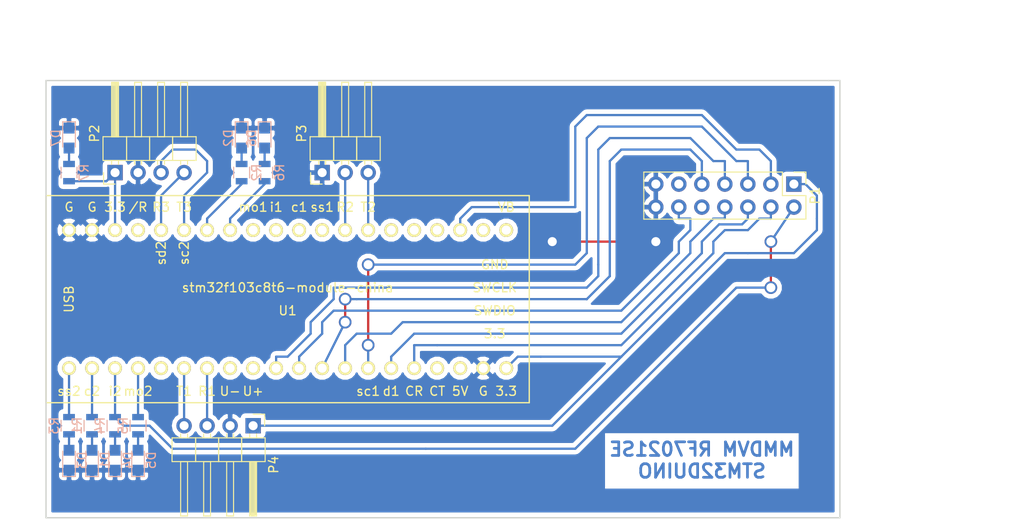
<source format=kicad_pcb>
(kicad_pcb (version 4) (host pcbnew 4.0.5)

  (general
    (links 47)
    (no_connects 1)
    (area 100.254999 35.484999 188.035001 83.895001)
    (thickness 1.6)
    (drawings 7)
    (tracks 160)
    (zones 0)
    (modules 19)
    (nets 47)
  )

  (page A4)
  (layers
    (0 F.Cu signal)
    (31 B.Cu signal)
    (32 B.Adhes user)
    (33 F.Adhes user)
    (34 B.Paste user)
    (35 F.Paste user)
    (36 B.SilkS user)
    (37 F.SilkS user)
    (38 B.Mask user)
    (39 F.Mask user)
    (40 Dwgs.User user)
    (41 Cmts.User user)
    (42 Eco1.User user)
    (43 Eco2.User user)
    (44 Edge.Cuts user)
    (45 Margin user)
    (46 B.CrtYd user)
    (47 F.CrtYd user)
    (48 B.Fab user)
    (49 F.Fab user)
  )

  (setup
    (last_trace_width 0.25)
    (trace_clearance 0.2)
    (zone_clearance 0.508)
    (zone_45_only no)
    (trace_min 0.2)
    (segment_width 0.2)
    (edge_width 0.15)
    (via_size 1.4)
    (via_drill 1)
    (via_min_size 0.4)
    (via_min_drill 0.3)
    (uvia_size 0.3)
    (uvia_drill 0.1)
    (uvias_allowed no)
    (uvia_min_size 0.2)
    (uvia_min_drill 0.1)
    (pcb_text_width 0.3)
    (pcb_text_size 1.5 1.5)
    (mod_edge_width 0.15)
    (mod_text_size 1 1)
    (mod_text_width 0.15)
    (pad_size 1.7 1.7)
    (pad_drill 1)
    (pad_to_mask_clearance 0.2)
    (aux_axis_origin 0 0)
    (visible_elements 7FFFFFFF)
    (pcbplotparams
      (layerselection 0x00030_80000001)
      (usegerberextensions false)
      (excludeedgelayer true)
      (linewidth 0.100000)
      (plotframeref false)
      (viasonmask false)
      (mode 1)
      (useauxorigin false)
      (hpglpennumber 1)
      (hpglpenspeed 20)
      (hpglpendiameter 15)
      (hpglpenoverlay 2)
      (psnegative false)
      (psa4output false)
      (plotreference true)
      (plotvalue true)
      (plotinvisibletext false)
      (padsonsilk false)
      (subtractmaskfromsilk false)
      (outputformat 1)
      (mirror false)
      (drillshape 1)
      (scaleselection 1)
      (outputdirectory ""))
  )

  (net 0 "")
  (net 1 GND)
  (net 2 SLE)
  (net 3 CE)
  (net 4 SREAD)
  (net 5 SDATA)
  (net 6 SCLK)
  (net 7 DATAOUT)
  (net 8 DATAIN)
  (net 9 CLKOUT)
  (net 10 PAC)
  (net 11 LEDDSTAR)
  (net 12 LEDDMR)
  (net 13 LED_COS)
  (net 14 LEDP25)
  (net 15 LEDYSF)
  (net 16 "Net-(D1-Pad2)")
  (net 17 "Net-(D2-Pad2)")
  (net 18 "Net-(D3-Pad2)")
  (net 19 "Net-(D4-Pad2)")
  (net 20 "Net-(D5-Pad2)")
  (net 21 "Net-(D6-Pad2)")
  (net 22 "Net-(D7-Pad2)")
  (net 23 +3V3)
  (net 24 "Net-(P2-Pad3)")
  (net 25 "Net-(P2-Pad4)")
  (net 26 "Net-(P1-Pad10)")
  (net 27 "Net-(P1-Pad11)")
  (net 28 DISP_RX)
  (net 29 DISP_TX)
  (net 30 HOST_RX)
  (net 31 HOST_TX)
  (net 32 "Net-(U1-Pad5)")
  (net 33 "Net-(U1-Pad8)")
  (net 34 "Net-(U1-Pad9)")
  (net 35 "Net-(U1-Pad17)")
  (net 36 "Net-(U1-Pad18)")
  (net 37 "Net-(U1-Pad21)")
  (net 38 "Net-(U1-Pad24)")
  (net 39 "Net-(U1-Pad25)")
  (net 40 "Net-(U1-Pad26)")
  (net 41 "Net-(U1-Pad29)")
  (net 42 "Net-(U1-Pad30)")
  (net 43 "Net-(U1-Pad31)")
  (net 44 "Net-(U1-Pad32)")
  (net 45 "Net-(U1-Pad37)")
  (net 46 "Net-(U1-Pad22)")

  (net_class Default "This is the default net class."
    (clearance 0.2)
    (trace_width 0.25)
    (via_dia 1.4)
    (via_drill 1)
    (uvia_dia 0.3)
    (uvia_drill 0.1)
    (add_net +3V3)
    (add_net CE)
    (add_net CLKOUT)
    (add_net DATAIN)
    (add_net DATAOUT)
    (add_net DISP_RX)
    (add_net DISP_TX)
    (add_net GND)
    (add_net HOST_RX)
    (add_net HOST_TX)
    (add_net LEDDMR)
    (add_net LEDDSTAR)
    (add_net LEDP25)
    (add_net LEDYSF)
    (add_net LED_COS)
    (add_net "Net-(D1-Pad2)")
    (add_net "Net-(D2-Pad2)")
    (add_net "Net-(D3-Pad2)")
    (add_net "Net-(D4-Pad2)")
    (add_net "Net-(D5-Pad2)")
    (add_net "Net-(D6-Pad2)")
    (add_net "Net-(D7-Pad2)")
    (add_net "Net-(P1-Pad10)")
    (add_net "Net-(P1-Pad11)")
    (add_net "Net-(P2-Pad3)")
    (add_net "Net-(P2-Pad4)")
    (add_net "Net-(U1-Pad17)")
    (add_net "Net-(U1-Pad18)")
    (add_net "Net-(U1-Pad21)")
    (add_net "Net-(U1-Pad22)")
    (add_net "Net-(U1-Pad24)")
    (add_net "Net-(U1-Pad25)")
    (add_net "Net-(U1-Pad26)")
    (add_net "Net-(U1-Pad29)")
    (add_net "Net-(U1-Pad30)")
    (add_net "Net-(U1-Pad31)")
    (add_net "Net-(U1-Pad32)")
    (add_net "Net-(U1-Pad37)")
    (add_net "Net-(U1-Pad5)")
    (add_net "Net-(U1-Pad8)")
    (add_net "Net-(U1-Pad9)")
    (add_net PAC)
    (add_net SCLK)
    (add_net SDATA)
    (add_net SLE)
    (add_net SREAD)
  )

  (module Pin_Headers:Pin_Header_Angled_1x04_Pitch2.54mm (layer F.Cu) (tedit 58CD4EC1) (tstamp 58DBEDB5)
    (at 107.95 45.72 90)
    (descr "Through hole angled pin header, 1x04, 2.54mm pitch, 6mm pin length, single row")
    (tags "Through hole angled pin header THT 1x04 2.54mm single row")
    (path /58DBEE1E)
    (fp_text reference P2 (at 4.315 -2.27 90) (layer F.SilkS)
      (effects (font (size 1 1) (thickness 0.15)))
    )
    (fp_text value CONN_01X04 (at 4.315 9.89 90) (layer F.Fab)
      (effects (font (size 1 1) (thickness 0.15)))
    )
    (fp_line (start 1.4 -1.27) (end 1.4 1.27) (layer F.Fab) (width 0.1))
    (fp_line (start 1.4 1.27) (end 3.9 1.27) (layer F.Fab) (width 0.1))
    (fp_line (start 3.9 1.27) (end 3.9 -1.27) (layer F.Fab) (width 0.1))
    (fp_line (start 3.9 -1.27) (end 1.4 -1.27) (layer F.Fab) (width 0.1))
    (fp_line (start 0 -0.32) (end 0 0.32) (layer F.Fab) (width 0.1))
    (fp_line (start 0 0.32) (end 9.9 0.32) (layer F.Fab) (width 0.1))
    (fp_line (start 9.9 0.32) (end 9.9 -0.32) (layer F.Fab) (width 0.1))
    (fp_line (start 9.9 -0.32) (end 0 -0.32) (layer F.Fab) (width 0.1))
    (fp_line (start 1.4 1.27) (end 1.4 3.81) (layer F.Fab) (width 0.1))
    (fp_line (start 1.4 3.81) (end 3.9 3.81) (layer F.Fab) (width 0.1))
    (fp_line (start 3.9 3.81) (end 3.9 1.27) (layer F.Fab) (width 0.1))
    (fp_line (start 3.9 1.27) (end 1.4 1.27) (layer F.Fab) (width 0.1))
    (fp_line (start 0 2.22) (end 0 2.86) (layer F.Fab) (width 0.1))
    (fp_line (start 0 2.86) (end 9.9 2.86) (layer F.Fab) (width 0.1))
    (fp_line (start 9.9 2.86) (end 9.9 2.22) (layer F.Fab) (width 0.1))
    (fp_line (start 9.9 2.22) (end 0 2.22) (layer F.Fab) (width 0.1))
    (fp_line (start 1.4 3.81) (end 1.4 6.35) (layer F.Fab) (width 0.1))
    (fp_line (start 1.4 6.35) (end 3.9 6.35) (layer F.Fab) (width 0.1))
    (fp_line (start 3.9 6.35) (end 3.9 3.81) (layer F.Fab) (width 0.1))
    (fp_line (start 3.9 3.81) (end 1.4 3.81) (layer F.Fab) (width 0.1))
    (fp_line (start 0 4.76) (end 0 5.4) (layer F.Fab) (width 0.1))
    (fp_line (start 0 5.4) (end 9.9 5.4) (layer F.Fab) (width 0.1))
    (fp_line (start 9.9 5.4) (end 9.9 4.76) (layer F.Fab) (width 0.1))
    (fp_line (start 9.9 4.76) (end 0 4.76) (layer F.Fab) (width 0.1))
    (fp_line (start 1.4 6.35) (end 1.4 8.89) (layer F.Fab) (width 0.1))
    (fp_line (start 1.4 8.89) (end 3.9 8.89) (layer F.Fab) (width 0.1))
    (fp_line (start 3.9 8.89) (end 3.9 6.35) (layer F.Fab) (width 0.1))
    (fp_line (start 3.9 6.35) (end 1.4 6.35) (layer F.Fab) (width 0.1))
    (fp_line (start 0 7.3) (end 0 7.94) (layer F.Fab) (width 0.1))
    (fp_line (start 0 7.94) (end 9.9 7.94) (layer F.Fab) (width 0.1))
    (fp_line (start 9.9 7.94) (end 9.9 7.3) (layer F.Fab) (width 0.1))
    (fp_line (start 9.9 7.3) (end 0 7.3) (layer F.Fab) (width 0.1))
    (fp_line (start 1.34 -1.33) (end 1.34 1.27) (layer F.SilkS) (width 0.12))
    (fp_line (start 1.34 1.27) (end 3.96 1.27) (layer F.SilkS) (width 0.12))
    (fp_line (start 3.96 1.27) (end 3.96 -1.33) (layer F.SilkS) (width 0.12))
    (fp_line (start 3.96 -1.33) (end 1.34 -1.33) (layer F.SilkS) (width 0.12))
    (fp_line (start 3.96 -0.38) (end 3.96 0.38) (layer F.SilkS) (width 0.12))
    (fp_line (start 3.96 0.38) (end 9.96 0.38) (layer F.SilkS) (width 0.12))
    (fp_line (start 9.96 0.38) (end 9.96 -0.38) (layer F.SilkS) (width 0.12))
    (fp_line (start 9.96 -0.38) (end 3.96 -0.38) (layer F.SilkS) (width 0.12))
    (fp_line (start 0.91 -0.38) (end 1.34 -0.38) (layer F.SilkS) (width 0.12))
    (fp_line (start 0.91 0.38) (end 1.34 0.38) (layer F.SilkS) (width 0.12))
    (fp_line (start 3.96 -0.26) (end 9.96 -0.26) (layer F.SilkS) (width 0.12))
    (fp_line (start 3.96 -0.14) (end 9.96 -0.14) (layer F.SilkS) (width 0.12))
    (fp_line (start 3.96 -0.02) (end 9.96 -0.02) (layer F.SilkS) (width 0.12))
    (fp_line (start 3.96 0.1) (end 9.96 0.1) (layer F.SilkS) (width 0.12))
    (fp_line (start 3.96 0.22) (end 9.96 0.22) (layer F.SilkS) (width 0.12))
    (fp_line (start 3.96 0.34) (end 9.96 0.34) (layer F.SilkS) (width 0.12))
    (fp_line (start 1.34 1.27) (end 1.34 3.81) (layer F.SilkS) (width 0.12))
    (fp_line (start 1.34 3.81) (end 3.96 3.81) (layer F.SilkS) (width 0.12))
    (fp_line (start 3.96 3.81) (end 3.96 1.27) (layer F.SilkS) (width 0.12))
    (fp_line (start 3.96 1.27) (end 1.34 1.27) (layer F.SilkS) (width 0.12))
    (fp_line (start 3.96 2.16) (end 3.96 2.92) (layer F.SilkS) (width 0.12))
    (fp_line (start 3.96 2.92) (end 9.96 2.92) (layer F.SilkS) (width 0.12))
    (fp_line (start 9.96 2.92) (end 9.96 2.16) (layer F.SilkS) (width 0.12))
    (fp_line (start 9.96 2.16) (end 3.96 2.16) (layer F.SilkS) (width 0.12))
    (fp_line (start 0.91 2.16) (end 1.34 2.16) (layer F.SilkS) (width 0.12))
    (fp_line (start 0.91 2.92) (end 1.34 2.92) (layer F.SilkS) (width 0.12))
    (fp_line (start 1.34 3.81) (end 1.34 6.35) (layer F.SilkS) (width 0.12))
    (fp_line (start 1.34 6.35) (end 3.96 6.35) (layer F.SilkS) (width 0.12))
    (fp_line (start 3.96 6.35) (end 3.96 3.81) (layer F.SilkS) (width 0.12))
    (fp_line (start 3.96 3.81) (end 1.34 3.81) (layer F.SilkS) (width 0.12))
    (fp_line (start 3.96 4.7) (end 3.96 5.46) (layer F.SilkS) (width 0.12))
    (fp_line (start 3.96 5.46) (end 9.96 5.46) (layer F.SilkS) (width 0.12))
    (fp_line (start 9.96 5.46) (end 9.96 4.7) (layer F.SilkS) (width 0.12))
    (fp_line (start 9.96 4.7) (end 3.96 4.7) (layer F.SilkS) (width 0.12))
    (fp_line (start 0.91 4.7) (end 1.34 4.7) (layer F.SilkS) (width 0.12))
    (fp_line (start 0.91 5.46) (end 1.34 5.46) (layer F.SilkS) (width 0.12))
    (fp_line (start 1.34 6.35) (end 1.34 8.95) (layer F.SilkS) (width 0.12))
    (fp_line (start 1.34 8.95) (end 3.96 8.95) (layer F.SilkS) (width 0.12))
    (fp_line (start 3.96 8.95) (end 3.96 6.35) (layer F.SilkS) (width 0.12))
    (fp_line (start 3.96 6.35) (end 1.34 6.35) (layer F.SilkS) (width 0.12))
    (fp_line (start 3.96 7.24) (end 3.96 8) (layer F.SilkS) (width 0.12))
    (fp_line (start 3.96 8) (end 9.96 8) (layer F.SilkS) (width 0.12))
    (fp_line (start 9.96 8) (end 9.96 7.24) (layer F.SilkS) (width 0.12))
    (fp_line (start 9.96 7.24) (end 3.96 7.24) (layer F.SilkS) (width 0.12))
    (fp_line (start 0.91 7.24) (end 1.34 7.24) (layer F.SilkS) (width 0.12))
    (fp_line (start 0.91 8) (end 1.34 8) (layer F.SilkS) (width 0.12))
    (fp_line (start -1.27 0) (end -1.27 -1.27) (layer F.SilkS) (width 0.12))
    (fp_line (start -1.27 -1.27) (end 0 -1.27) (layer F.SilkS) (width 0.12))
    (fp_line (start -1.8 -1.8) (end -1.8 9.4) (layer F.CrtYd) (width 0.05))
    (fp_line (start -1.8 9.4) (end 10.4 9.4) (layer F.CrtYd) (width 0.05))
    (fp_line (start 10.4 9.4) (end 10.4 -1.8) (layer F.CrtYd) (width 0.05))
    (fp_line (start 10.4 -1.8) (end -1.8 -1.8) (layer F.CrtYd) (width 0.05))
    (fp_text user %R (at 4.315 -2.27 90) (layer F.Fab)
      (effects (font (size 1 1) (thickness 0.15)))
    )
    (pad 1 thru_hole rect (at 0 0 90) (size 1.7 1.7) (drill 1) (layers *.Cu *.Mask)
      (net 23 +3V3))
    (pad 2 thru_hole oval (at 0 2.54 90) (size 1.7 1.7) (drill 1) (layers *.Cu *.Mask)
      (net 1 GND))
    (pad 3 thru_hole oval (at 0 5.08 90) (size 1.7 1.7) (drill 1) (layers *.Cu *.Mask)
      (net 24 "Net-(P2-Pad3)"))
    (pad 4 thru_hole oval (at 0 7.62 90) (size 1.7 1.7) (drill 1) (layers *.Cu *.Mask)
      (net 25 "Net-(P2-Pad4)"))
    (model ${KISYS3DMOD}/Pin_Headers.3dshapes/Pin_Header_Angled_1x04_Pitch2.54mm.wrl
      (at (xyz 0 -0.15 0))
      (scale (xyz 1 1 1))
      (rotate (xyz 0 0 90))
    )
  )

  (module myelin-kicad:stm32f103c8t6-module-china (layer F.Cu) (tedit 5712CDA9) (tstamp 58D66907)
    (at 127 59.69)
    (path /58D6665F)
    (fp_text reference U1 (at 0 1.27) (layer F.SilkS)
      (effects (font (size 1 1) (thickness 0.15)))
    )
    (fp_text value stm32f103c8t6-module-china (at 0 -1.27) (layer F.SilkS)
      (effects (font (size 1 1) (thickness 0.15)))
    )
    (fp_text user sc2 (at -11.43 -5.08 90) (layer F.SilkS)
      (effects (font (size 1 1) (thickness 0.15)))
    )
    (fp_text user sd2 (at -13.97 -5.08 90) (layer F.SilkS)
      (effects (font (size 1 1) (thickness 0.15)))
    )
    (fp_text user mo2 (at -16.51 10.16) (layer F.SilkS)
      (effects (font (size 1 1) (thickness 0.15)))
    )
    (fp_text user i2 (at -19.05 10.16) (layer F.SilkS)
      (effects (font (size 1 1) (thickness 0.15)))
    )
    (fp_text user c2 (at -21.59 10.16) (layer F.SilkS)
      (effects (font (size 1 1) (thickness 0.15)))
    )
    (fp_text user ss2 (at -24.13 10.16) (layer F.SilkS)
      (effects (font (size 1 1) (thickness 0.15)))
    )
    (fp_text user d1 (at 11.43 10.16) (layer F.SilkS)
      (effects (font (size 1 1) (thickness 0.15)))
    )
    (fp_text user sc1 (at 8.89 10.16) (layer F.SilkS)
      (effects (font (size 1 1) (thickness 0.15)))
    )
    (fp_text user T2 (at 8.89 -10.16) (layer F.SilkS)
      (effects (font (size 1 1) (thickness 0.15)))
    )
    (fp_text user R2 (at 6.35 -10.16) (layer F.SilkS)
      (effects (font (size 1 1) (thickness 0.15)))
    )
    (fp_text user ss1 (at 3.81 -10.16) (layer F.SilkS)
      (effects (font (size 1 1) (thickness 0.15)))
    )
    (fp_text user c1 (at 1.27 -10.16) (layer F.SilkS)
      (effects (font (size 1 1) (thickness 0.15)))
    )
    (fp_text user i1 (at -1.27 -10.16) (layer F.SilkS)
      (effects (font (size 1 1) (thickness 0.15)))
    )
    (fp_text user mo1 (at -3.81 -10.16) (layer F.SilkS)
      (effects (font (size 1 1) (thickness 0.15)))
    )
    (fp_text user T3 (at -11.43 -10.16) (layer F.SilkS)
      (effects (font (size 1 1) (thickness 0.15)))
    )
    (fp_text user R3 (at -13.97 -10.16) (layer F.SilkS)
      (effects (font (size 1 1) (thickness 0.15)))
    )
    (fp_text user CT (at 16.51 10.16) (layer F.SilkS)
      (effects (font (size 1 1) (thickness 0.15)))
    )
    (fp_text user CR (at 13.97 10.16) (layer F.SilkS)
      (effects (font (size 1 1) (thickness 0.15)))
    )
    (fp_text user U+ (at -3.81 10.16) (layer F.SilkS)
      (effects (font (size 1 1) (thickness 0.15)))
    )
    (fp_text user U- (at -6.35 10.16) (layer F.SilkS)
      (effects (font (size 1 1) (thickness 0.15)))
    )
    (fp_text user R1 (at -8.89 10.16) (layer F.SilkS)
      (effects (font (size 1 1) (thickness 0.15)))
    )
    (fp_text user T1 (at -11.43 10.16) (layer F.SilkS)
      (effects (font (size 1 1) (thickness 0.15)))
    )
    (fp_text user 3.3 (at 22.86 3.81) (layer F.SilkS)
      (effects (font (size 1 1) (thickness 0.15)))
    )
    (fp_text user SWDIO (at 22.86 1.27) (layer F.SilkS)
      (effects (font (size 1 1) (thickness 0.15)))
    )
    (fp_text user SWCLK (at 22.86 -1.27) (layer F.SilkS)
      (effects (font (size 1 1) (thickness 0.15)))
    )
    (fp_text user GND (at 22.86 -3.81) (layer F.SilkS)
      (effects (font (size 1 1) (thickness 0.15)))
    )
    (fp_text user 3.3 (at 24.13 10.16) (layer F.SilkS)
      (effects (font (size 1 1) (thickness 0.15)))
    )
    (fp_text user G (at 21.59 10.16) (layer F.SilkS)
      (effects (font (size 1 1) (thickness 0.15)))
    )
    (fp_text user /R (at -16.51 -10.16) (layer F.SilkS)
      (effects (font (size 1 1) (thickness 0.15)))
    )
    (fp_text user 3.3 (at -19.05 -10.16) (layer F.SilkS)
      (effects (font (size 1 1) (thickness 0.15)))
    )
    (fp_text user G (at -21.59 -10.16) (layer F.SilkS)
      (effects (font (size 1 1) (thickness 0.15)))
    )
    (fp_text user G (at -24.13 -10.16) (layer F.SilkS)
      (effects (font (size 1 1) (thickness 0.15)))
    )
    (fp_text user VB (at 24.13 -10.16) (layer F.SilkS)
      (effects (font (size 1 1) (thickness 0.15)))
    )
    (fp_text user 5V (at 19.05 10.16) (layer F.SilkS)
      (effects (font (size 1 1) (thickness 0.15)))
    )
    (fp_text user USB (at -24.13 0 90) (layer F.SilkS)
      (effects (font (size 1 1) (thickness 0.15)))
    )
    (fp_line (start -26.67 11.43) (end 26.67 11.43) (layer F.SilkS) (width 0.15))
    (fp_line (start 26.67 -11.43) (end -26.67 -11.43) (layer F.SilkS) (width 0.15))
    (fp_line (start 26.67 11.43) (end 26.67 -11.43) (layer F.SilkS) (width 0.15))
    (fp_line (start -26.67 -11.43) (end -26.67 11.43) (layer F.SilkS) (width 0.15))
    (pad 1 thru_hole circle (at -24.13 7.62) (size 1.524 1.524) (drill 1.016) (layers *.Cu *.Mask F.SilkS)
      (net 11 LEDDSTAR))
    (pad 2 thru_hole circle (at -21.59 7.62) (size 1.524 1.524) (drill 1.016) (layers *.Cu *.Mask F.SilkS)
      (net 12 LEDDMR))
    (pad 3 thru_hole circle (at -19.05 7.62) (size 1.524 1.524) (drill 1.016) (layers *.Cu *.Mask F.SilkS)
      (net 10 PAC))
    (pad 4 thru_hole circle (at -16.51 7.62) (size 1.524 1.524) (drill 1.016) (layers *.Cu *.Mask F.SilkS)
      (net 13 LED_COS))
    (pad 5 thru_hole circle (at -13.97 7.62) (size 1.524 1.524) (drill 1.016) (layers *.Cu *.Mask F.SilkS)
      (net 32 "Net-(U1-Pad5)"))
    (pad 6 thru_hole circle (at -11.43 7.62) (size 1.524 1.524) (drill 1.016) (layers *.Cu *.Mask F.SilkS)
      (net 31 HOST_TX))
    (pad 7 thru_hole circle (at -8.89 7.62) (size 1.524 1.524) (drill 1.016) (layers *.Cu *.Mask F.SilkS)
      (net 30 HOST_RX))
    (pad 8 thru_hole circle (at -6.35 7.62) (size 1.524 1.524) (drill 1.016) (layers *.Cu *.Mask F.SilkS)
      (net 33 "Net-(U1-Pad8)"))
    (pad 9 thru_hole circle (at -3.81 7.62) (size 1.524 1.524) (drill 1.016) (layers *.Cu *.Mask F.SilkS)
      (net 34 "Net-(U1-Pad9)"))
    (pad 10 thru_hole circle (at -1.27 7.62) (size 1.524 1.524) (drill 1.016) (layers *.Cu *.Mask F.SilkS)
      (net 9 CLKOUT))
    (pad 11 thru_hole circle (at 1.27 7.62) (size 1.524 1.524) (drill 1.016) (layers *.Cu *.Mask F.SilkS)
      (net 8 DATAIN))
    (pad 12 thru_hole circle (at 3.81 7.62) (size 1.524 1.524) (drill 1.016) (layers *.Cu *.Mask F.SilkS)
      (net 7 DATAOUT))
    (pad 13 thru_hole circle (at 6.35 7.62) (size 1.524 1.524) (drill 1.016) (layers *.Cu *.Mask F.SilkS)
      (net 6 SCLK))
    (pad 14 thru_hole circle (at 8.89 7.62) (size 1.524 1.524) (drill 1.016) (layers *.Cu *.Mask F.SilkS)
      (net 5 SDATA))
    (pad 15 thru_hole circle (at 11.43 7.62) (size 1.524 1.524) (drill 1.016) (layers *.Cu *.Mask F.SilkS)
      (net 4 SREAD))
    (pad 16 thru_hole circle (at 13.97 7.62) (size 1.524 1.524) (drill 1.016) (layers *.Cu *.Mask F.SilkS)
      (net 2 SLE))
    (pad 17 thru_hole circle (at 16.51 7.62) (size 1.524 1.524) (drill 1.016) (layers *.Cu *.Mask F.SilkS)
      (net 35 "Net-(U1-Pad17)"))
    (pad 18 thru_hole circle (at 19.05 7.62) (size 1.524 1.524) (drill 1.016) (layers *.Cu *.Mask F.SilkS)
      (net 36 "Net-(U1-Pad18)"))
    (pad 19 thru_hole circle (at 21.59 7.62) (size 1.524 1.524) (drill 1.016) (layers *.Cu *.Mask F.SilkS)
      (net 1 GND))
    (pad 20 thru_hole circle (at 24.13 7.62) (size 1.524 1.524) (drill 1.016) (layers *.Cu *.Mask F.SilkS)
      (net 23 +3V3))
    (pad 21 thru_hole circle (at 24.13 -7.62) (size 1.524 1.524) (drill 1.016) (layers *.Cu *.Mask F.SilkS)
      (net 37 "Net-(U1-Pad21)"))
    (pad 22 thru_hole circle (at 21.59 -7.62) (size 1.524 1.524) (drill 1.016) (layers *.Cu *.Mask F.SilkS)
      (net 46 "Net-(U1-Pad22)"))
    (pad 23 thru_hole circle (at 19.05 -7.62) (size 1.524 1.524) (drill 1.016) (layers *.Cu *.Mask F.SilkS)
      (net 3 CE))
    (pad 24 thru_hole circle (at 16.51 -7.62) (size 1.524 1.524) (drill 1.016) (layers *.Cu *.Mask F.SilkS)
      (net 38 "Net-(U1-Pad24)"))
    (pad 25 thru_hole circle (at 13.97 -7.62) (size 1.524 1.524) (drill 1.016) (layers *.Cu *.Mask F.SilkS)
      (net 39 "Net-(U1-Pad25)"))
    (pad 26 thru_hole circle (at 11.43 -7.62) (size 1.524 1.524) (drill 1.016) (layers *.Cu *.Mask F.SilkS)
      (net 40 "Net-(U1-Pad26)"))
    (pad 27 thru_hole circle (at 8.89 -7.62) (size 1.524 1.524) (drill 1.016) (layers *.Cu *.Mask F.SilkS)
      (net 29 DISP_TX))
    (pad 28 thru_hole circle (at 6.35 -7.62) (size 1.524 1.524) (drill 1.016) (layers *.Cu *.Mask F.SilkS)
      (net 28 DISP_RX))
    (pad 29 thru_hole circle (at 3.81 -7.62) (size 1.524 1.524) (drill 1.016) (layers *.Cu *.Mask F.SilkS)
      (net 41 "Net-(U1-Pad29)"))
    (pad 30 thru_hole circle (at 1.27 -7.62) (size 1.524 1.524) (drill 1.016) (layers *.Cu *.Mask F.SilkS)
      (net 42 "Net-(U1-Pad30)"))
    (pad 31 thru_hole circle (at -1.27 -7.62) (size 1.524 1.524) (drill 1.016) (layers *.Cu *.Mask F.SilkS)
      (net 43 "Net-(U1-Pad31)"))
    (pad 32 thru_hole circle (at -3.81 -7.62) (size 1.524 1.524) (drill 1.016) (layers *.Cu *.Mask F.SilkS)
      (net 44 "Net-(U1-Pad32)"))
    (pad 33 thru_hole circle (at -6.35 -7.62) (size 1.524 1.524) (drill 1.016) (layers *.Cu *.Mask F.SilkS)
      (net 14 LEDP25))
    (pad 34 thru_hole circle (at -8.89 -7.62) (size 1.524 1.524) (drill 1.016) (layers *.Cu *.Mask F.SilkS)
      (net 15 LEDYSF))
    (pad 35 thru_hole circle (at -11.43 -7.62) (size 1.524 1.524) (drill 1.016) (layers *.Cu *.Mask F.SilkS)
      (net 24 "Net-(P2-Pad3)"))
    (pad 36 thru_hole circle (at -13.97 -7.62) (size 1.524 1.524) (drill 1.016) (layers *.Cu *.Mask F.SilkS)
      (net 25 "Net-(P2-Pad4)"))
    (pad 37 thru_hole circle (at -16.51 -7.62) (size 1.524 1.524) (drill 1.016) (layers *.Cu *.Mask F.SilkS)
      (net 45 "Net-(U1-Pad37)"))
    (pad 38 thru_hole circle (at -19.05 -7.62) (size 1.524 1.524) (drill 1.016) (layers *.Cu *.Mask F.SilkS)
      (net 23 +3V3))
    (pad 39 thru_hole circle (at -21.59 -7.62) (size 1.524 1.524) (drill 1.016) (layers *.Cu *.Mask F.SilkS)
      (net 1 GND))
    (pad 40 thru_hole circle (at -24.13 -7.62) (size 1.524 1.524) (drill 1.016) (layers *.Cu *.Mask F.SilkS)
      (net 1 GND))
  )

  (module Pin_Headers:Pin_Header_Straight_2x07_Pitch2.54mm (layer F.Cu) (tedit 58CD4EC5) (tstamp 58D6785D)
    (at 182.88 46.99 270)
    (descr "Through hole straight pin header, 2x07, 2.54mm pitch, double rows")
    (tags "Through hole pin header THT 2x07 2.54mm double row")
    (path /58D673D0)
    (fp_text reference P1 (at 1.27 -2.33 270) (layer F.SilkS)
      (effects (font (size 1 1) (thickness 0.15)))
    )
    (fp_text value CONN_02X07 (at 1.27 17.57 270) (layer F.Fab)
      (effects (font (size 1 1) (thickness 0.15)))
    )
    (fp_line (start -1.27 -1.27) (end -1.27 16.51) (layer F.Fab) (width 0.1))
    (fp_line (start -1.27 16.51) (end 3.81 16.51) (layer F.Fab) (width 0.1))
    (fp_line (start 3.81 16.51) (end 3.81 -1.27) (layer F.Fab) (width 0.1))
    (fp_line (start 3.81 -1.27) (end -1.27 -1.27) (layer F.Fab) (width 0.1))
    (fp_line (start -1.33 1.27) (end -1.33 16.57) (layer F.SilkS) (width 0.12))
    (fp_line (start -1.33 16.57) (end 3.87 16.57) (layer F.SilkS) (width 0.12))
    (fp_line (start 3.87 16.57) (end 3.87 -1.33) (layer F.SilkS) (width 0.12))
    (fp_line (start 3.87 -1.33) (end 1.27 -1.33) (layer F.SilkS) (width 0.12))
    (fp_line (start 1.27 -1.33) (end 1.27 1.27) (layer F.SilkS) (width 0.12))
    (fp_line (start 1.27 1.27) (end -1.33 1.27) (layer F.SilkS) (width 0.12))
    (fp_line (start -1.33 0) (end -1.33 -1.33) (layer F.SilkS) (width 0.12))
    (fp_line (start -1.33 -1.33) (end 0 -1.33) (layer F.SilkS) (width 0.12))
    (fp_line (start -1.8 -1.8) (end -1.8 17.05) (layer F.CrtYd) (width 0.05))
    (fp_line (start -1.8 17.05) (end 4.35 17.05) (layer F.CrtYd) (width 0.05))
    (fp_line (start 4.35 17.05) (end 4.35 -1.8) (layer F.CrtYd) (width 0.05))
    (fp_line (start 4.35 -1.8) (end -1.8 -1.8) (layer F.CrtYd) (width 0.05))
    (fp_text user %R (at 1.27 -2.33 270) (layer F.Fab)
      (effects (font (size 1 1) (thickness 0.15)))
    )
    (pad 1 thru_hole rect (at 0 0 270) (size 1.7 1.7) (drill 1) (layers *.Cu *.Mask)
      (net 23 +3V3))
    (pad 2 thru_hole oval (at 2.54 0 270) (size 1.7 1.7) (drill 1) (layers *.Cu *.Mask)
      (net 10 PAC))
    (pad 3 thru_hole oval (at 0 2.54 270) (size 1.7 1.7) (drill 1) (layers *.Cu *.Mask)
      (net 3 CE))
    (pad 4 thru_hole oval (at 2.54 2.54 270) (size 1.7 1.7) (drill 1) (layers *.Cu *.Mask)
      (net 2 SLE))
    (pad 5 thru_hole oval (at 0 5.08 270) (size 1.7 1.7) (drill 1) (layers *.Cu *.Mask)
      (net 5 SDATA))
    (pad 6 thru_hole oval (at 2.54 5.08 270) (size 1.7 1.7) (drill 1) (layers *.Cu *.Mask)
      (net 4 SREAD))
    (pad 7 thru_hole oval (at 0 7.62 270) (size 1.7 1.7) (drill 1) (layers *.Cu *.Mask)
      (net 9 CLKOUT))
    (pad 8 thru_hole oval (at 2.54 7.62 270) (size 1.7 1.7) (drill 1) (layers *.Cu *.Mask)
      (net 6 SCLK))
    (pad 9 thru_hole oval (at 0 10.16 270) (size 1.7 1.7) (drill 1) (layers *.Cu *.Mask)
      (net 7 DATAOUT))
    (pad 10 thru_hole oval (at 2.54 10.16 270) (size 1.7 1.7) (drill 1) (layers *.Cu *.Mask)
      (net 26 "Net-(P1-Pad10)"))
    (pad 11 thru_hole oval (at 0 12.7 270) (size 1.7 1.7) (drill 1) (layers *.Cu *.Mask)
      (net 27 "Net-(P1-Pad11)"))
    (pad 12 thru_hole oval (at 2.54 12.7 270) (size 1.7 1.7) (drill 1) (layers *.Cu *.Mask)
      (net 8 DATAIN))
    (pad 13 thru_hole oval (at 0 15.24 270) (size 1.7 1.7) (drill 1) (layers *.Cu *.Mask)
      (net 1 GND))
    (pad 14 thru_hole oval (at 2.54 15.24 270) (size 1.7 1.7) (drill 1) (layers *.Cu *.Mask)
      (net 1 GND))
    (model ${KISYS3DMOD}/Pin_Headers.3dshapes/Pin_Header_Straight_2x07_Pitch2.54mm.wrl
      (at (xyz 0.05 -0.3 0))
      (scale (xyz 1 1 1))
      (rotate (xyz 0 0 90))
    )
  )

  (module LEDs:LED_0805 (layer B.Cu) (tedit 57FE93EC) (tstamp 58D67F31)
    (at 105.41 77.47 90)
    (descr "LED 0805 smd package")
    (tags "LED led 0805 SMD smd SMT smt smdled SMDLED smtled SMTLED")
    (path /58D67E80)
    (attr smd)
    (fp_text reference D1 (at 0 1.45 90) (layer B.SilkS)
      (effects (font (size 1 1) (thickness 0.15)) (justify mirror))
    )
    (fp_text value LED (at 0 -1.55 90) (layer B.Fab)
      (effects (font (size 1 1) (thickness 0.15)) (justify mirror))
    )
    (fp_line (start -1.8 0.7) (end -1.8 -0.7) (layer B.SilkS) (width 0.12))
    (fp_line (start -0.4 0.4) (end -0.4 -0.4) (layer B.Fab) (width 0.1))
    (fp_line (start -0.4 0) (end 0.2 0.4) (layer B.Fab) (width 0.1))
    (fp_line (start 0.2 -0.4) (end -0.4 0) (layer B.Fab) (width 0.1))
    (fp_line (start 0.2 0.4) (end 0.2 -0.4) (layer B.Fab) (width 0.1))
    (fp_line (start 1 -0.6) (end -1 -0.6) (layer B.Fab) (width 0.1))
    (fp_line (start 1 0.6) (end 1 -0.6) (layer B.Fab) (width 0.1))
    (fp_line (start -1 0.6) (end 1 0.6) (layer B.Fab) (width 0.1))
    (fp_line (start -1 -0.6) (end -1 0.6) (layer B.Fab) (width 0.1))
    (fp_line (start -1.8 -0.7) (end 1 -0.7) (layer B.SilkS) (width 0.12))
    (fp_line (start -1.8 0.7) (end 1 0.7) (layer B.SilkS) (width 0.12))
    (fp_line (start 1.95 0.85) (end 1.95 -0.85) (layer B.CrtYd) (width 0.05))
    (fp_line (start 1.95 -0.85) (end -1.95 -0.85) (layer B.CrtYd) (width 0.05))
    (fp_line (start -1.95 -0.85) (end -1.95 0.85) (layer B.CrtYd) (width 0.05))
    (fp_line (start -1.95 0.85) (end 1.95 0.85) (layer B.CrtYd) (width 0.05))
    (pad 2 smd rect (at 1.1 0 270) (size 1.2 1.2) (layers B.Cu B.Paste B.Mask)
      (net 16 "Net-(D1-Pad2)"))
    (pad 1 smd rect (at -1.1 0 270) (size 1.2 1.2) (layers B.Cu B.Paste B.Mask)
      (net 1 GND))
    (model LEDs.3dshapes/LED_0805.wrl
      (at (xyz 0 0 0))
      (scale (xyz 1 1 1))
      (rotate (xyz 0 0 180))
    )
  )

  (module LEDs:LED_0805 (layer B.Cu) (tedit 57FE93EC) (tstamp 58D67F37)
    (at 121.92 41.91 270)
    (descr "LED 0805 smd package")
    (tags "LED led 0805 SMD smd SMT smt smdled SMDLED smtled SMTLED")
    (path /58D680B5)
    (attr smd)
    (fp_text reference D2 (at 0 1.45 270) (layer B.SilkS)
      (effects (font (size 1 1) (thickness 0.15)) (justify mirror))
    )
    (fp_text value LED (at 0 -1.55 270) (layer B.Fab)
      (effects (font (size 1 1) (thickness 0.15)) (justify mirror))
    )
    (fp_line (start -1.8 0.7) (end -1.8 -0.7) (layer B.SilkS) (width 0.12))
    (fp_line (start -0.4 0.4) (end -0.4 -0.4) (layer B.Fab) (width 0.1))
    (fp_line (start -0.4 0) (end 0.2 0.4) (layer B.Fab) (width 0.1))
    (fp_line (start 0.2 -0.4) (end -0.4 0) (layer B.Fab) (width 0.1))
    (fp_line (start 0.2 0.4) (end 0.2 -0.4) (layer B.Fab) (width 0.1))
    (fp_line (start 1 -0.6) (end -1 -0.6) (layer B.Fab) (width 0.1))
    (fp_line (start 1 0.6) (end 1 -0.6) (layer B.Fab) (width 0.1))
    (fp_line (start -1 0.6) (end 1 0.6) (layer B.Fab) (width 0.1))
    (fp_line (start -1 -0.6) (end -1 0.6) (layer B.Fab) (width 0.1))
    (fp_line (start -1.8 -0.7) (end 1 -0.7) (layer B.SilkS) (width 0.12))
    (fp_line (start -1.8 0.7) (end 1 0.7) (layer B.SilkS) (width 0.12))
    (fp_line (start 1.95 0.85) (end 1.95 -0.85) (layer B.CrtYd) (width 0.05))
    (fp_line (start 1.95 -0.85) (end -1.95 -0.85) (layer B.CrtYd) (width 0.05))
    (fp_line (start -1.95 -0.85) (end -1.95 0.85) (layer B.CrtYd) (width 0.05))
    (fp_line (start -1.95 0.85) (end 1.95 0.85) (layer B.CrtYd) (width 0.05))
    (pad 2 smd rect (at 1.1 0 90) (size 1.2 1.2) (layers B.Cu B.Paste B.Mask)
      (net 17 "Net-(D2-Pad2)"))
    (pad 1 smd rect (at -1.1 0 90) (size 1.2 1.2) (layers B.Cu B.Paste B.Mask)
      (net 1 GND))
    (model LEDs.3dshapes/LED_0805.wrl
      (at (xyz 0 0 0))
      (scale (xyz 1 1 1))
      (rotate (xyz 0 0 180))
    )
  )

  (module LEDs:LED_0805 (layer B.Cu) (tedit 57FE93EC) (tstamp 58D67F3D)
    (at 102.87 77.47 90)
    (descr "LED 0805 smd package")
    (tags "LED led 0805 SMD smd SMT smt smdled SMDLED smtled SMTLED")
    (path /58D681A0)
    (attr smd)
    (fp_text reference D3 (at 0 1.45 90) (layer B.SilkS)
      (effects (font (size 1 1) (thickness 0.15)) (justify mirror))
    )
    (fp_text value LED (at 0 -1.55 90) (layer B.Fab)
      (effects (font (size 1 1) (thickness 0.15)) (justify mirror))
    )
    (fp_line (start -1.8 0.7) (end -1.8 -0.7) (layer B.SilkS) (width 0.12))
    (fp_line (start -0.4 0.4) (end -0.4 -0.4) (layer B.Fab) (width 0.1))
    (fp_line (start -0.4 0) (end 0.2 0.4) (layer B.Fab) (width 0.1))
    (fp_line (start 0.2 -0.4) (end -0.4 0) (layer B.Fab) (width 0.1))
    (fp_line (start 0.2 0.4) (end 0.2 -0.4) (layer B.Fab) (width 0.1))
    (fp_line (start 1 -0.6) (end -1 -0.6) (layer B.Fab) (width 0.1))
    (fp_line (start 1 0.6) (end 1 -0.6) (layer B.Fab) (width 0.1))
    (fp_line (start -1 0.6) (end 1 0.6) (layer B.Fab) (width 0.1))
    (fp_line (start -1 -0.6) (end -1 0.6) (layer B.Fab) (width 0.1))
    (fp_line (start -1.8 -0.7) (end 1 -0.7) (layer B.SilkS) (width 0.12))
    (fp_line (start -1.8 0.7) (end 1 0.7) (layer B.SilkS) (width 0.12))
    (fp_line (start 1.95 0.85) (end 1.95 -0.85) (layer B.CrtYd) (width 0.05))
    (fp_line (start 1.95 -0.85) (end -1.95 -0.85) (layer B.CrtYd) (width 0.05))
    (fp_line (start -1.95 -0.85) (end -1.95 0.85) (layer B.CrtYd) (width 0.05))
    (fp_line (start -1.95 0.85) (end 1.95 0.85) (layer B.CrtYd) (width 0.05))
    (pad 2 smd rect (at 1.1 0 270) (size 1.2 1.2) (layers B.Cu B.Paste B.Mask)
      (net 18 "Net-(D3-Pad2)"))
    (pad 1 smd rect (at -1.1 0 270) (size 1.2 1.2) (layers B.Cu B.Paste B.Mask)
      (net 1 GND))
    (model LEDs.3dshapes/LED_0805.wrl
      (at (xyz 0 0 0))
      (scale (xyz 1 1 1))
      (rotate (xyz 0 0 180))
    )
  )

  (module LEDs:LED_0805 (layer B.Cu) (tedit 57FE93EC) (tstamp 58D67F43)
    (at 107.95 77.47 90)
    (descr "LED 0805 smd package")
    (tags "LED led 0805 SMD smd SMT smt smdled SMDLED smtled SMTLED")
    (path /58D681B3)
    (attr smd)
    (fp_text reference D4 (at 0 1.45 90) (layer B.SilkS)
      (effects (font (size 1 1) (thickness 0.15)) (justify mirror))
    )
    (fp_text value LED (at 0 -1.55 90) (layer B.Fab)
      (effects (font (size 1 1) (thickness 0.15)) (justify mirror))
    )
    (fp_line (start -1.8 0.7) (end -1.8 -0.7) (layer B.SilkS) (width 0.12))
    (fp_line (start -0.4 0.4) (end -0.4 -0.4) (layer B.Fab) (width 0.1))
    (fp_line (start -0.4 0) (end 0.2 0.4) (layer B.Fab) (width 0.1))
    (fp_line (start 0.2 -0.4) (end -0.4 0) (layer B.Fab) (width 0.1))
    (fp_line (start 0.2 0.4) (end 0.2 -0.4) (layer B.Fab) (width 0.1))
    (fp_line (start 1 -0.6) (end -1 -0.6) (layer B.Fab) (width 0.1))
    (fp_line (start 1 0.6) (end 1 -0.6) (layer B.Fab) (width 0.1))
    (fp_line (start -1 0.6) (end 1 0.6) (layer B.Fab) (width 0.1))
    (fp_line (start -1 -0.6) (end -1 0.6) (layer B.Fab) (width 0.1))
    (fp_line (start -1.8 -0.7) (end 1 -0.7) (layer B.SilkS) (width 0.12))
    (fp_line (start -1.8 0.7) (end 1 0.7) (layer B.SilkS) (width 0.12))
    (fp_line (start 1.95 0.85) (end 1.95 -0.85) (layer B.CrtYd) (width 0.05))
    (fp_line (start 1.95 -0.85) (end -1.95 -0.85) (layer B.CrtYd) (width 0.05))
    (fp_line (start -1.95 -0.85) (end -1.95 0.85) (layer B.CrtYd) (width 0.05))
    (fp_line (start -1.95 0.85) (end 1.95 0.85) (layer B.CrtYd) (width 0.05))
    (pad 2 smd rect (at 1.1 0 270) (size 1.2 1.2) (layers B.Cu B.Paste B.Mask)
      (net 19 "Net-(D4-Pad2)"))
    (pad 1 smd rect (at -1.1 0 270) (size 1.2 1.2) (layers B.Cu B.Paste B.Mask)
      (net 1 GND))
    (model LEDs.3dshapes/LED_0805.wrl
      (at (xyz 0 0 0))
      (scale (xyz 1 1 1))
      (rotate (xyz 0 0 180))
    )
  )

  (module LEDs:LED_0805 (layer B.Cu) (tedit 57FE93EC) (tstamp 58D67F49)
    (at 110.49 77.47 90)
    (descr "LED 0805 smd package")
    (tags "LED led 0805 SMD smd SMT smt smdled SMDLED smtled SMTLED")
    (path /58D682B8)
    (attr smd)
    (fp_text reference D5 (at 0 1.45 90) (layer B.SilkS)
      (effects (font (size 1 1) (thickness 0.15)) (justify mirror))
    )
    (fp_text value LED (at 0 -1.55 90) (layer B.Fab)
      (effects (font (size 1 1) (thickness 0.15)) (justify mirror))
    )
    (fp_line (start -1.8 0.7) (end -1.8 -0.7) (layer B.SilkS) (width 0.12))
    (fp_line (start -0.4 0.4) (end -0.4 -0.4) (layer B.Fab) (width 0.1))
    (fp_line (start -0.4 0) (end 0.2 0.4) (layer B.Fab) (width 0.1))
    (fp_line (start 0.2 -0.4) (end -0.4 0) (layer B.Fab) (width 0.1))
    (fp_line (start 0.2 0.4) (end 0.2 -0.4) (layer B.Fab) (width 0.1))
    (fp_line (start 1 -0.6) (end -1 -0.6) (layer B.Fab) (width 0.1))
    (fp_line (start 1 0.6) (end 1 -0.6) (layer B.Fab) (width 0.1))
    (fp_line (start -1 0.6) (end 1 0.6) (layer B.Fab) (width 0.1))
    (fp_line (start -1 -0.6) (end -1 0.6) (layer B.Fab) (width 0.1))
    (fp_line (start -1.8 -0.7) (end 1 -0.7) (layer B.SilkS) (width 0.12))
    (fp_line (start -1.8 0.7) (end 1 0.7) (layer B.SilkS) (width 0.12))
    (fp_line (start 1.95 0.85) (end 1.95 -0.85) (layer B.CrtYd) (width 0.05))
    (fp_line (start 1.95 -0.85) (end -1.95 -0.85) (layer B.CrtYd) (width 0.05))
    (fp_line (start -1.95 -0.85) (end -1.95 0.85) (layer B.CrtYd) (width 0.05))
    (fp_line (start -1.95 0.85) (end 1.95 0.85) (layer B.CrtYd) (width 0.05))
    (pad 2 smd rect (at 1.1 0 270) (size 1.2 1.2) (layers B.Cu B.Paste B.Mask)
      (net 20 "Net-(D5-Pad2)"))
    (pad 1 smd rect (at -1.1 0 270) (size 1.2 1.2) (layers B.Cu B.Paste B.Mask)
      (net 1 GND))
    (model LEDs.3dshapes/LED_0805.wrl
      (at (xyz 0 0 0))
      (scale (xyz 1 1 1))
      (rotate (xyz 0 0 180))
    )
  )

  (module LEDs:LED_0805 (layer B.Cu) (tedit 57FE93EC) (tstamp 58D67F4F)
    (at 124.46 41.91 270)
    (descr "LED 0805 smd package")
    (tags "LED led 0805 SMD smd SMT smt smdled SMDLED smtled SMTLED")
    (path /58D682CB)
    (attr smd)
    (fp_text reference D6 (at 0 1.45 270) (layer B.SilkS)
      (effects (font (size 1 1) (thickness 0.15)) (justify mirror))
    )
    (fp_text value LED (at 0 -1.55 270) (layer B.Fab)
      (effects (font (size 1 1) (thickness 0.15)) (justify mirror))
    )
    (fp_line (start -1.8 0.7) (end -1.8 -0.7) (layer B.SilkS) (width 0.12))
    (fp_line (start -0.4 0.4) (end -0.4 -0.4) (layer B.Fab) (width 0.1))
    (fp_line (start -0.4 0) (end 0.2 0.4) (layer B.Fab) (width 0.1))
    (fp_line (start 0.2 -0.4) (end -0.4 0) (layer B.Fab) (width 0.1))
    (fp_line (start 0.2 0.4) (end 0.2 -0.4) (layer B.Fab) (width 0.1))
    (fp_line (start 1 -0.6) (end -1 -0.6) (layer B.Fab) (width 0.1))
    (fp_line (start 1 0.6) (end 1 -0.6) (layer B.Fab) (width 0.1))
    (fp_line (start -1 0.6) (end 1 0.6) (layer B.Fab) (width 0.1))
    (fp_line (start -1 -0.6) (end -1 0.6) (layer B.Fab) (width 0.1))
    (fp_line (start -1.8 -0.7) (end 1 -0.7) (layer B.SilkS) (width 0.12))
    (fp_line (start -1.8 0.7) (end 1 0.7) (layer B.SilkS) (width 0.12))
    (fp_line (start 1.95 0.85) (end 1.95 -0.85) (layer B.CrtYd) (width 0.05))
    (fp_line (start 1.95 -0.85) (end -1.95 -0.85) (layer B.CrtYd) (width 0.05))
    (fp_line (start -1.95 -0.85) (end -1.95 0.85) (layer B.CrtYd) (width 0.05))
    (fp_line (start -1.95 0.85) (end 1.95 0.85) (layer B.CrtYd) (width 0.05))
    (pad 2 smd rect (at 1.1 0 90) (size 1.2 1.2) (layers B.Cu B.Paste B.Mask)
      (net 21 "Net-(D6-Pad2)"))
    (pad 1 smd rect (at -1.1 0 90) (size 1.2 1.2) (layers B.Cu B.Paste B.Mask)
      (net 1 GND))
    (model LEDs.3dshapes/LED_0805.wrl
      (at (xyz 0 0 0))
      (scale (xyz 1 1 1))
      (rotate (xyz 0 0 180))
    )
  )

  (module LEDs:LED_0805 (layer B.Cu) (tedit 57FE93EC) (tstamp 58D67F55)
    (at 102.87 41.91 270)
    (descr "LED 0805 smd package")
    (tags "LED led 0805 SMD smd SMT smt smdled SMDLED smtled SMTLED")
    (path /58D682DE)
    (attr smd)
    (fp_text reference D7 (at 0 1.45 270) (layer B.SilkS)
      (effects (font (size 1 1) (thickness 0.15)) (justify mirror))
    )
    (fp_text value LED (at 0 -1.55 270) (layer B.Fab)
      (effects (font (size 1 1) (thickness 0.15)) (justify mirror))
    )
    (fp_line (start -1.8 0.7) (end -1.8 -0.7) (layer B.SilkS) (width 0.12))
    (fp_line (start -0.4 0.4) (end -0.4 -0.4) (layer B.Fab) (width 0.1))
    (fp_line (start -0.4 0) (end 0.2 0.4) (layer B.Fab) (width 0.1))
    (fp_line (start 0.2 -0.4) (end -0.4 0) (layer B.Fab) (width 0.1))
    (fp_line (start 0.2 0.4) (end 0.2 -0.4) (layer B.Fab) (width 0.1))
    (fp_line (start 1 -0.6) (end -1 -0.6) (layer B.Fab) (width 0.1))
    (fp_line (start 1 0.6) (end 1 -0.6) (layer B.Fab) (width 0.1))
    (fp_line (start -1 0.6) (end 1 0.6) (layer B.Fab) (width 0.1))
    (fp_line (start -1 -0.6) (end -1 0.6) (layer B.Fab) (width 0.1))
    (fp_line (start -1.8 -0.7) (end 1 -0.7) (layer B.SilkS) (width 0.12))
    (fp_line (start -1.8 0.7) (end 1 0.7) (layer B.SilkS) (width 0.12))
    (fp_line (start 1.95 0.85) (end 1.95 -0.85) (layer B.CrtYd) (width 0.05))
    (fp_line (start 1.95 -0.85) (end -1.95 -0.85) (layer B.CrtYd) (width 0.05))
    (fp_line (start -1.95 -0.85) (end -1.95 0.85) (layer B.CrtYd) (width 0.05))
    (fp_line (start -1.95 0.85) (end 1.95 0.85) (layer B.CrtYd) (width 0.05))
    (pad 2 smd rect (at 1.1 0 90) (size 1.2 1.2) (layers B.Cu B.Paste B.Mask)
      (net 22 "Net-(D7-Pad2)"))
    (pad 1 smd rect (at -1.1 0 90) (size 1.2 1.2) (layers B.Cu B.Paste B.Mask)
      (net 1 GND))
    (model LEDs.3dshapes/LED_0805.wrl
      (at (xyz 0 0 0))
      (scale (xyz 1 1 1))
      (rotate (xyz 0 0 180))
    )
  )

  (module Resistors_SMD:R_0805 (layer B.Cu) (tedit 58AADA8F) (tstamp 58D67F5B)
    (at 105.41 73.66 270)
    (descr "Resistor SMD 0805, reflow soldering, Vishay (see dcrcw.pdf)")
    (tags "resistor 0805")
    (path /58D67D08)
    (attr smd)
    (fp_text reference R1 (at 0 1.65 270) (layer B.SilkS)
      (effects (font (size 1 1) (thickness 0.15)) (justify mirror))
    )
    (fp_text value 1K5 (at 0 -1.75 270) (layer B.Fab)
      (effects (font (size 1 1) (thickness 0.15)) (justify mirror))
    )
    (fp_text user %R (at 0 1.65 270) (layer B.Fab)
      (effects (font (size 1 1) (thickness 0.15)) (justify mirror))
    )
    (fp_line (start -1 -0.62) (end -1 0.62) (layer B.Fab) (width 0.1))
    (fp_line (start 1 -0.62) (end -1 -0.62) (layer B.Fab) (width 0.1))
    (fp_line (start 1 0.62) (end 1 -0.62) (layer B.Fab) (width 0.1))
    (fp_line (start -1 0.62) (end 1 0.62) (layer B.Fab) (width 0.1))
    (fp_line (start 0.6 -0.88) (end -0.6 -0.88) (layer B.SilkS) (width 0.12))
    (fp_line (start -0.6 0.88) (end 0.6 0.88) (layer B.SilkS) (width 0.12))
    (fp_line (start -1.55 0.9) (end 1.55 0.9) (layer B.CrtYd) (width 0.05))
    (fp_line (start -1.55 0.9) (end -1.55 -0.9) (layer B.CrtYd) (width 0.05))
    (fp_line (start 1.55 -0.9) (end 1.55 0.9) (layer B.CrtYd) (width 0.05))
    (fp_line (start 1.55 -0.9) (end -1.55 -0.9) (layer B.CrtYd) (width 0.05))
    (pad 1 smd rect (at -0.95 0 270) (size 0.7 1.3) (layers B.Cu B.Paste B.Mask)
      (net 12 LEDDMR))
    (pad 2 smd rect (at 0.95 0 270) (size 0.7 1.3) (layers B.Cu B.Paste B.Mask)
      (net 16 "Net-(D1-Pad2)"))
    (model Resistors_SMD.3dshapes/R_0805.wrl
      (at (xyz 0 0 0))
      (scale (xyz 1 1 1))
      (rotate (xyz 0 0 0))
    )
  )

  (module Resistors_SMD:R_0805 (layer B.Cu) (tedit 58AADA8F) (tstamp 58D67F61)
    (at 121.92 45.72 90)
    (descr "Resistor SMD 0805, reflow soldering, Vishay (see dcrcw.pdf)")
    (tags "resistor 0805")
    (path /58D680AF)
    (attr smd)
    (fp_text reference R2 (at 0 1.65 90) (layer B.SilkS)
      (effects (font (size 1 1) (thickness 0.15)) (justify mirror))
    )
    (fp_text value 1K5 (at 0 -1.75 90) (layer B.Fab)
      (effects (font (size 1 1) (thickness 0.15)) (justify mirror))
    )
    (fp_text user %R (at 0 1.65 90) (layer B.Fab)
      (effects (font (size 1 1) (thickness 0.15)) (justify mirror))
    )
    (fp_line (start -1 -0.62) (end -1 0.62) (layer B.Fab) (width 0.1))
    (fp_line (start 1 -0.62) (end -1 -0.62) (layer B.Fab) (width 0.1))
    (fp_line (start 1 0.62) (end 1 -0.62) (layer B.Fab) (width 0.1))
    (fp_line (start -1 0.62) (end 1 0.62) (layer B.Fab) (width 0.1))
    (fp_line (start 0.6 -0.88) (end -0.6 -0.88) (layer B.SilkS) (width 0.12))
    (fp_line (start -0.6 0.88) (end 0.6 0.88) (layer B.SilkS) (width 0.12))
    (fp_line (start -1.55 0.9) (end 1.55 0.9) (layer B.CrtYd) (width 0.05))
    (fp_line (start -1.55 0.9) (end -1.55 -0.9) (layer B.CrtYd) (width 0.05))
    (fp_line (start 1.55 -0.9) (end 1.55 0.9) (layer B.CrtYd) (width 0.05))
    (fp_line (start 1.55 -0.9) (end -1.55 -0.9) (layer B.CrtYd) (width 0.05))
    (pad 1 smd rect (at -0.95 0 90) (size 0.7 1.3) (layers B.Cu B.Paste B.Mask)
      (net 15 LEDYSF))
    (pad 2 smd rect (at 0.95 0 90) (size 0.7 1.3) (layers B.Cu B.Paste B.Mask)
      (net 17 "Net-(D2-Pad2)"))
    (model Resistors_SMD.3dshapes/R_0805.wrl
      (at (xyz 0 0 0))
      (scale (xyz 1 1 1))
      (rotate (xyz 0 0 0))
    )
  )

  (module Resistors_SMD:R_0805 (layer B.Cu) (tedit 58AADA8F) (tstamp 58D67F67)
    (at 102.87 73.66 270)
    (descr "Resistor SMD 0805, reflow soldering, Vishay (see dcrcw.pdf)")
    (tags "resistor 0805")
    (path /58D6819A)
    (attr smd)
    (fp_text reference R3 (at 0 1.65 270) (layer B.SilkS)
      (effects (font (size 1 1) (thickness 0.15)) (justify mirror))
    )
    (fp_text value 1K5 (at 0 -1.75 270) (layer B.Fab)
      (effects (font (size 1 1) (thickness 0.15)) (justify mirror))
    )
    (fp_text user %R (at 0 1.65 270) (layer B.Fab)
      (effects (font (size 1 1) (thickness 0.15)) (justify mirror))
    )
    (fp_line (start -1 -0.62) (end -1 0.62) (layer B.Fab) (width 0.1))
    (fp_line (start 1 -0.62) (end -1 -0.62) (layer B.Fab) (width 0.1))
    (fp_line (start 1 0.62) (end 1 -0.62) (layer B.Fab) (width 0.1))
    (fp_line (start -1 0.62) (end 1 0.62) (layer B.Fab) (width 0.1))
    (fp_line (start 0.6 -0.88) (end -0.6 -0.88) (layer B.SilkS) (width 0.12))
    (fp_line (start -0.6 0.88) (end 0.6 0.88) (layer B.SilkS) (width 0.12))
    (fp_line (start -1.55 0.9) (end 1.55 0.9) (layer B.CrtYd) (width 0.05))
    (fp_line (start -1.55 0.9) (end -1.55 -0.9) (layer B.CrtYd) (width 0.05))
    (fp_line (start 1.55 -0.9) (end 1.55 0.9) (layer B.CrtYd) (width 0.05))
    (fp_line (start 1.55 -0.9) (end -1.55 -0.9) (layer B.CrtYd) (width 0.05))
    (pad 1 smd rect (at -0.95 0 270) (size 0.7 1.3) (layers B.Cu B.Paste B.Mask)
      (net 11 LEDDSTAR))
    (pad 2 smd rect (at 0.95 0 270) (size 0.7 1.3) (layers B.Cu B.Paste B.Mask)
      (net 18 "Net-(D3-Pad2)"))
    (model Resistors_SMD.3dshapes/R_0805.wrl
      (at (xyz 0 0 0))
      (scale (xyz 1 1 1))
      (rotate (xyz 0 0 0))
    )
  )

  (module Resistors_SMD:R_0805 (layer B.Cu) (tedit 58AADA8F) (tstamp 58D67F6D)
    (at 107.95 73.66 270)
    (descr "Resistor SMD 0805, reflow soldering, Vishay (see dcrcw.pdf)")
    (tags "resistor 0805")
    (path /58D681AD)
    (attr smd)
    (fp_text reference R4 (at 0 1.65 270) (layer B.SilkS)
      (effects (font (size 1 1) (thickness 0.15)) (justify mirror))
    )
    (fp_text value 1K5 (at 0 -1.75 270) (layer B.Fab)
      (effects (font (size 1 1) (thickness 0.15)) (justify mirror))
    )
    (fp_text user %R (at 0 1.65 270) (layer B.Fab)
      (effects (font (size 1 1) (thickness 0.15)) (justify mirror))
    )
    (fp_line (start -1 -0.62) (end -1 0.62) (layer B.Fab) (width 0.1))
    (fp_line (start 1 -0.62) (end -1 -0.62) (layer B.Fab) (width 0.1))
    (fp_line (start 1 0.62) (end 1 -0.62) (layer B.Fab) (width 0.1))
    (fp_line (start -1 0.62) (end 1 0.62) (layer B.Fab) (width 0.1))
    (fp_line (start 0.6 -0.88) (end -0.6 -0.88) (layer B.SilkS) (width 0.12))
    (fp_line (start -0.6 0.88) (end 0.6 0.88) (layer B.SilkS) (width 0.12))
    (fp_line (start -1.55 0.9) (end 1.55 0.9) (layer B.CrtYd) (width 0.05))
    (fp_line (start -1.55 0.9) (end -1.55 -0.9) (layer B.CrtYd) (width 0.05))
    (fp_line (start 1.55 -0.9) (end 1.55 0.9) (layer B.CrtYd) (width 0.05))
    (fp_line (start 1.55 -0.9) (end -1.55 -0.9) (layer B.CrtYd) (width 0.05))
    (pad 1 smd rect (at -0.95 0 270) (size 0.7 1.3) (layers B.Cu B.Paste B.Mask)
      (net 10 PAC))
    (pad 2 smd rect (at 0.95 0 270) (size 0.7 1.3) (layers B.Cu B.Paste B.Mask)
      (net 19 "Net-(D4-Pad2)"))
    (model Resistors_SMD.3dshapes/R_0805.wrl
      (at (xyz 0 0 0))
      (scale (xyz 1 1 1))
      (rotate (xyz 0 0 0))
    )
  )

  (module Resistors_SMD:R_0805 (layer B.Cu) (tedit 58AADA8F) (tstamp 58D67F73)
    (at 110.49 73.66 270)
    (descr "Resistor SMD 0805, reflow soldering, Vishay (see dcrcw.pdf)")
    (tags "resistor 0805")
    (path /58D682B2)
    (attr smd)
    (fp_text reference R5 (at 0 1.65 270) (layer B.SilkS)
      (effects (font (size 1 1) (thickness 0.15)) (justify mirror))
    )
    (fp_text value 1K5 (at 0 -1.75 270) (layer B.Fab)
      (effects (font (size 1 1) (thickness 0.15)) (justify mirror))
    )
    (fp_text user %R (at 0 1.65 270) (layer B.Fab)
      (effects (font (size 1 1) (thickness 0.15)) (justify mirror))
    )
    (fp_line (start -1 -0.62) (end -1 0.62) (layer B.Fab) (width 0.1))
    (fp_line (start 1 -0.62) (end -1 -0.62) (layer B.Fab) (width 0.1))
    (fp_line (start 1 0.62) (end 1 -0.62) (layer B.Fab) (width 0.1))
    (fp_line (start -1 0.62) (end 1 0.62) (layer B.Fab) (width 0.1))
    (fp_line (start 0.6 -0.88) (end -0.6 -0.88) (layer B.SilkS) (width 0.12))
    (fp_line (start -0.6 0.88) (end 0.6 0.88) (layer B.SilkS) (width 0.12))
    (fp_line (start -1.55 0.9) (end 1.55 0.9) (layer B.CrtYd) (width 0.05))
    (fp_line (start -1.55 0.9) (end -1.55 -0.9) (layer B.CrtYd) (width 0.05))
    (fp_line (start 1.55 -0.9) (end 1.55 0.9) (layer B.CrtYd) (width 0.05))
    (fp_line (start 1.55 -0.9) (end -1.55 -0.9) (layer B.CrtYd) (width 0.05))
    (pad 1 smd rect (at -0.95 0 270) (size 0.7 1.3) (layers B.Cu B.Paste B.Mask)
      (net 13 LED_COS))
    (pad 2 smd rect (at 0.95 0 270) (size 0.7 1.3) (layers B.Cu B.Paste B.Mask)
      (net 20 "Net-(D5-Pad2)"))
    (model Resistors_SMD.3dshapes/R_0805.wrl
      (at (xyz 0 0 0))
      (scale (xyz 1 1 1))
      (rotate (xyz 0 0 0))
    )
  )

  (module Resistors_SMD:R_0805 (layer B.Cu) (tedit 58AADA8F) (tstamp 58D67F79)
    (at 124.46 45.72 90)
    (descr "Resistor SMD 0805, reflow soldering, Vishay (see dcrcw.pdf)")
    (tags "resistor 0805")
    (path /58D682C5)
    (attr smd)
    (fp_text reference R6 (at 0 1.65 90) (layer B.SilkS)
      (effects (font (size 1 1) (thickness 0.15)) (justify mirror))
    )
    (fp_text value 1K5 (at 0 -1.75 90) (layer B.Fab)
      (effects (font (size 1 1) (thickness 0.15)) (justify mirror))
    )
    (fp_text user %R (at 0 1.65 90) (layer B.Fab)
      (effects (font (size 1 1) (thickness 0.15)) (justify mirror))
    )
    (fp_line (start -1 -0.62) (end -1 0.62) (layer B.Fab) (width 0.1))
    (fp_line (start 1 -0.62) (end -1 -0.62) (layer B.Fab) (width 0.1))
    (fp_line (start 1 0.62) (end 1 -0.62) (layer B.Fab) (width 0.1))
    (fp_line (start -1 0.62) (end 1 0.62) (layer B.Fab) (width 0.1))
    (fp_line (start 0.6 -0.88) (end -0.6 -0.88) (layer B.SilkS) (width 0.12))
    (fp_line (start -0.6 0.88) (end 0.6 0.88) (layer B.SilkS) (width 0.12))
    (fp_line (start -1.55 0.9) (end 1.55 0.9) (layer B.CrtYd) (width 0.05))
    (fp_line (start -1.55 0.9) (end -1.55 -0.9) (layer B.CrtYd) (width 0.05))
    (fp_line (start 1.55 -0.9) (end 1.55 0.9) (layer B.CrtYd) (width 0.05))
    (fp_line (start 1.55 -0.9) (end -1.55 -0.9) (layer B.CrtYd) (width 0.05))
    (pad 1 smd rect (at -0.95 0 90) (size 0.7 1.3) (layers B.Cu B.Paste B.Mask)
      (net 14 LEDP25))
    (pad 2 smd rect (at 0.95 0 90) (size 0.7 1.3) (layers B.Cu B.Paste B.Mask)
      (net 21 "Net-(D6-Pad2)"))
    (model Resistors_SMD.3dshapes/R_0805.wrl
      (at (xyz 0 0 0))
      (scale (xyz 1 1 1))
      (rotate (xyz 0 0 0))
    )
  )

  (module Resistors_SMD:R_0805 (layer B.Cu) (tedit 58AADA8F) (tstamp 58D67F7F)
    (at 102.87 45.72 90)
    (descr "Resistor SMD 0805, reflow soldering, Vishay (see dcrcw.pdf)")
    (tags "resistor 0805")
    (path /58D682D8)
    (attr smd)
    (fp_text reference R7 (at 0 1.65 90) (layer B.SilkS)
      (effects (font (size 1 1) (thickness 0.15)) (justify mirror))
    )
    (fp_text value 1K5 (at 0 -1.75 90) (layer B.Fab)
      (effects (font (size 1 1) (thickness 0.15)) (justify mirror))
    )
    (fp_text user %R (at 0 1.65 90) (layer B.Fab)
      (effects (font (size 1 1) (thickness 0.15)) (justify mirror))
    )
    (fp_line (start -1 -0.62) (end -1 0.62) (layer B.Fab) (width 0.1))
    (fp_line (start 1 -0.62) (end -1 -0.62) (layer B.Fab) (width 0.1))
    (fp_line (start 1 0.62) (end 1 -0.62) (layer B.Fab) (width 0.1))
    (fp_line (start -1 0.62) (end 1 0.62) (layer B.Fab) (width 0.1))
    (fp_line (start 0.6 -0.88) (end -0.6 -0.88) (layer B.SilkS) (width 0.12))
    (fp_line (start -0.6 0.88) (end 0.6 0.88) (layer B.SilkS) (width 0.12))
    (fp_line (start -1.55 0.9) (end 1.55 0.9) (layer B.CrtYd) (width 0.05))
    (fp_line (start -1.55 0.9) (end -1.55 -0.9) (layer B.CrtYd) (width 0.05))
    (fp_line (start 1.55 -0.9) (end 1.55 0.9) (layer B.CrtYd) (width 0.05))
    (fp_line (start 1.55 -0.9) (end -1.55 -0.9) (layer B.CrtYd) (width 0.05))
    (pad 1 smd rect (at -0.95 0 90) (size 0.7 1.3) (layers B.Cu B.Paste B.Mask)
      (net 23 +3V3))
    (pad 2 smd rect (at 0.95 0 90) (size 0.7 1.3) (layers B.Cu B.Paste B.Mask)
      (net 22 "Net-(D7-Pad2)"))
    (model Resistors_SMD.3dshapes/R_0805.wrl
      (at (xyz 0 0 0))
      (scale (xyz 1 1 1))
      (rotate (xyz 0 0 0))
    )
  )

  (module Pin_Headers:Pin_Header_Angled_1x03_Pitch2.54mm (layer F.Cu) (tedit 58CD4EC1) (tstamp 58DF6AB5)
    (at 130.81 45.72 90)
    (descr "Through hole angled pin header, 1x03, 2.54mm pitch, 6mm pin length, single row")
    (tags "Through hole angled pin header THT 1x03 2.54mm single row")
    (path /58DF685D)
    (fp_text reference P3 (at 4.315 -2.27 90) (layer F.SilkS)
      (effects (font (size 1 1) (thickness 0.15)))
    )
    (fp_text value DISP_SER (at 4.315 7.35 90) (layer F.Fab)
      (effects (font (size 1 1) (thickness 0.15)))
    )
    (fp_line (start 1.4 -1.27) (end 1.4 1.27) (layer F.Fab) (width 0.1))
    (fp_line (start 1.4 1.27) (end 3.9 1.27) (layer F.Fab) (width 0.1))
    (fp_line (start 3.9 1.27) (end 3.9 -1.27) (layer F.Fab) (width 0.1))
    (fp_line (start 3.9 -1.27) (end 1.4 -1.27) (layer F.Fab) (width 0.1))
    (fp_line (start 0 -0.32) (end 0 0.32) (layer F.Fab) (width 0.1))
    (fp_line (start 0 0.32) (end 9.9 0.32) (layer F.Fab) (width 0.1))
    (fp_line (start 9.9 0.32) (end 9.9 -0.32) (layer F.Fab) (width 0.1))
    (fp_line (start 9.9 -0.32) (end 0 -0.32) (layer F.Fab) (width 0.1))
    (fp_line (start 1.4 1.27) (end 1.4 3.81) (layer F.Fab) (width 0.1))
    (fp_line (start 1.4 3.81) (end 3.9 3.81) (layer F.Fab) (width 0.1))
    (fp_line (start 3.9 3.81) (end 3.9 1.27) (layer F.Fab) (width 0.1))
    (fp_line (start 3.9 1.27) (end 1.4 1.27) (layer F.Fab) (width 0.1))
    (fp_line (start 0 2.22) (end 0 2.86) (layer F.Fab) (width 0.1))
    (fp_line (start 0 2.86) (end 9.9 2.86) (layer F.Fab) (width 0.1))
    (fp_line (start 9.9 2.86) (end 9.9 2.22) (layer F.Fab) (width 0.1))
    (fp_line (start 9.9 2.22) (end 0 2.22) (layer F.Fab) (width 0.1))
    (fp_line (start 1.4 3.81) (end 1.4 6.35) (layer F.Fab) (width 0.1))
    (fp_line (start 1.4 6.35) (end 3.9 6.35) (layer F.Fab) (width 0.1))
    (fp_line (start 3.9 6.35) (end 3.9 3.81) (layer F.Fab) (width 0.1))
    (fp_line (start 3.9 3.81) (end 1.4 3.81) (layer F.Fab) (width 0.1))
    (fp_line (start 0 4.76) (end 0 5.4) (layer F.Fab) (width 0.1))
    (fp_line (start 0 5.4) (end 9.9 5.4) (layer F.Fab) (width 0.1))
    (fp_line (start 9.9 5.4) (end 9.9 4.76) (layer F.Fab) (width 0.1))
    (fp_line (start 9.9 4.76) (end 0 4.76) (layer F.Fab) (width 0.1))
    (fp_line (start 1.34 -1.33) (end 1.34 1.27) (layer F.SilkS) (width 0.12))
    (fp_line (start 1.34 1.27) (end 3.96 1.27) (layer F.SilkS) (width 0.12))
    (fp_line (start 3.96 1.27) (end 3.96 -1.33) (layer F.SilkS) (width 0.12))
    (fp_line (start 3.96 -1.33) (end 1.34 -1.33) (layer F.SilkS) (width 0.12))
    (fp_line (start 3.96 -0.38) (end 3.96 0.38) (layer F.SilkS) (width 0.12))
    (fp_line (start 3.96 0.38) (end 9.96 0.38) (layer F.SilkS) (width 0.12))
    (fp_line (start 9.96 0.38) (end 9.96 -0.38) (layer F.SilkS) (width 0.12))
    (fp_line (start 9.96 -0.38) (end 3.96 -0.38) (layer F.SilkS) (width 0.12))
    (fp_line (start 0.91 -0.38) (end 1.34 -0.38) (layer F.SilkS) (width 0.12))
    (fp_line (start 0.91 0.38) (end 1.34 0.38) (layer F.SilkS) (width 0.12))
    (fp_line (start 3.96 -0.26) (end 9.96 -0.26) (layer F.SilkS) (width 0.12))
    (fp_line (start 3.96 -0.14) (end 9.96 -0.14) (layer F.SilkS) (width 0.12))
    (fp_line (start 3.96 -0.02) (end 9.96 -0.02) (layer F.SilkS) (width 0.12))
    (fp_line (start 3.96 0.1) (end 9.96 0.1) (layer F.SilkS) (width 0.12))
    (fp_line (start 3.96 0.22) (end 9.96 0.22) (layer F.SilkS) (width 0.12))
    (fp_line (start 3.96 0.34) (end 9.96 0.34) (layer F.SilkS) (width 0.12))
    (fp_line (start 1.34 1.27) (end 1.34 3.81) (layer F.SilkS) (width 0.12))
    (fp_line (start 1.34 3.81) (end 3.96 3.81) (layer F.SilkS) (width 0.12))
    (fp_line (start 3.96 3.81) (end 3.96 1.27) (layer F.SilkS) (width 0.12))
    (fp_line (start 3.96 1.27) (end 1.34 1.27) (layer F.SilkS) (width 0.12))
    (fp_line (start 3.96 2.16) (end 3.96 2.92) (layer F.SilkS) (width 0.12))
    (fp_line (start 3.96 2.92) (end 9.96 2.92) (layer F.SilkS) (width 0.12))
    (fp_line (start 9.96 2.92) (end 9.96 2.16) (layer F.SilkS) (width 0.12))
    (fp_line (start 9.96 2.16) (end 3.96 2.16) (layer F.SilkS) (width 0.12))
    (fp_line (start 0.91 2.16) (end 1.34 2.16) (layer F.SilkS) (width 0.12))
    (fp_line (start 0.91 2.92) (end 1.34 2.92) (layer F.SilkS) (width 0.12))
    (fp_line (start 1.34 3.81) (end 1.34 6.41) (layer F.SilkS) (width 0.12))
    (fp_line (start 1.34 6.41) (end 3.96 6.41) (layer F.SilkS) (width 0.12))
    (fp_line (start 3.96 6.41) (end 3.96 3.81) (layer F.SilkS) (width 0.12))
    (fp_line (start 3.96 3.81) (end 1.34 3.81) (layer F.SilkS) (width 0.12))
    (fp_line (start 3.96 4.7) (end 3.96 5.46) (layer F.SilkS) (width 0.12))
    (fp_line (start 3.96 5.46) (end 9.96 5.46) (layer F.SilkS) (width 0.12))
    (fp_line (start 9.96 5.46) (end 9.96 4.7) (layer F.SilkS) (width 0.12))
    (fp_line (start 9.96 4.7) (end 3.96 4.7) (layer F.SilkS) (width 0.12))
    (fp_line (start 0.91 4.7) (end 1.34 4.7) (layer F.SilkS) (width 0.12))
    (fp_line (start 0.91 5.46) (end 1.34 5.46) (layer F.SilkS) (width 0.12))
    (fp_line (start -1.27 0) (end -1.27 -1.27) (layer F.SilkS) (width 0.12))
    (fp_line (start -1.27 -1.27) (end 0 -1.27) (layer F.SilkS) (width 0.12))
    (fp_line (start -1.8 -1.8) (end -1.8 6.85) (layer F.CrtYd) (width 0.05))
    (fp_line (start -1.8 6.85) (end 10.4 6.85) (layer F.CrtYd) (width 0.05))
    (fp_line (start 10.4 6.85) (end 10.4 -1.8) (layer F.CrtYd) (width 0.05))
    (fp_line (start 10.4 -1.8) (end -1.8 -1.8) (layer F.CrtYd) (width 0.05))
    (fp_text user %R (at 4.315 -2.27 90) (layer F.Fab)
      (effects (font (size 1 1) (thickness 0.15)))
    )
    (pad 1 thru_hole rect (at 0 0 90) (size 1.7 1.7) (drill 1) (layers *.Cu *.Mask)
      (net 1 GND))
    (pad 2 thru_hole oval (at 0 2.54 90) (size 1.7 1.7) (drill 1) (layers *.Cu *.Mask)
      (net 28 DISP_RX))
    (pad 3 thru_hole oval (at 0 5.08 90) (size 1.7 1.7) (drill 1) (layers *.Cu *.Mask)
      (net 29 DISP_TX))
    (model ${KISYS3DMOD}/Pin_Headers.3dshapes/Pin_Header_Angled_1x03_Pitch2.54mm.wrl
      (at (xyz 0 -0.1 0))
      (scale (xyz 1 1 1))
      (rotate (xyz 0 0 90))
    )
  )

  (module Pin_Headers:Pin_Header_Angled_1x04_Pitch2.54mm (layer F.Cu) (tedit 58CD4EC1) (tstamp 58DF6ABD)
    (at 123.19 73.66 270)
    (descr "Through hole angled pin header, 1x04, 2.54mm pitch, 6mm pin length, single row")
    (tags "Through hole angled pin header THT 1x04 2.54mm single row")
    (path /58DF6A9D)
    (fp_text reference P4 (at 4.315 -2.27 270) (layer F.SilkS)
      (effects (font (size 1 1) (thickness 0.15)))
    )
    (fp_text value HOST_SER (at 4.315 9.89 270) (layer F.Fab)
      (effects (font (size 1 1) (thickness 0.15)))
    )
    (fp_line (start 1.4 -1.27) (end 1.4 1.27) (layer F.Fab) (width 0.1))
    (fp_line (start 1.4 1.27) (end 3.9 1.27) (layer F.Fab) (width 0.1))
    (fp_line (start 3.9 1.27) (end 3.9 -1.27) (layer F.Fab) (width 0.1))
    (fp_line (start 3.9 -1.27) (end 1.4 -1.27) (layer F.Fab) (width 0.1))
    (fp_line (start 0 -0.32) (end 0 0.32) (layer F.Fab) (width 0.1))
    (fp_line (start 0 0.32) (end 9.9 0.32) (layer F.Fab) (width 0.1))
    (fp_line (start 9.9 0.32) (end 9.9 -0.32) (layer F.Fab) (width 0.1))
    (fp_line (start 9.9 -0.32) (end 0 -0.32) (layer F.Fab) (width 0.1))
    (fp_line (start 1.4 1.27) (end 1.4 3.81) (layer F.Fab) (width 0.1))
    (fp_line (start 1.4 3.81) (end 3.9 3.81) (layer F.Fab) (width 0.1))
    (fp_line (start 3.9 3.81) (end 3.9 1.27) (layer F.Fab) (width 0.1))
    (fp_line (start 3.9 1.27) (end 1.4 1.27) (layer F.Fab) (width 0.1))
    (fp_line (start 0 2.22) (end 0 2.86) (layer F.Fab) (width 0.1))
    (fp_line (start 0 2.86) (end 9.9 2.86) (layer F.Fab) (width 0.1))
    (fp_line (start 9.9 2.86) (end 9.9 2.22) (layer F.Fab) (width 0.1))
    (fp_line (start 9.9 2.22) (end 0 2.22) (layer F.Fab) (width 0.1))
    (fp_line (start 1.4 3.81) (end 1.4 6.35) (layer F.Fab) (width 0.1))
    (fp_line (start 1.4 6.35) (end 3.9 6.35) (layer F.Fab) (width 0.1))
    (fp_line (start 3.9 6.35) (end 3.9 3.81) (layer F.Fab) (width 0.1))
    (fp_line (start 3.9 3.81) (end 1.4 3.81) (layer F.Fab) (width 0.1))
    (fp_line (start 0 4.76) (end 0 5.4) (layer F.Fab) (width 0.1))
    (fp_line (start 0 5.4) (end 9.9 5.4) (layer F.Fab) (width 0.1))
    (fp_line (start 9.9 5.4) (end 9.9 4.76) (layer F.Fab) (width 0.1))
    (fp_line (start 9.9 4.76) (end 0 4.76) (layer F.Fab) (width 0.1))
    (fp_line (start 1.4 6.35) (end 1.4 8.89) (layer F.Fab) (width 0.1))
    (fp_line (start 1.4 8.89) (end 3.9 8.89) (layer F.Fab) (width 0.1))
    (fp_line (start 3.9 8.89) (end 3.9 6.35) (layer F.Fab) (width 0.1))
    (fp_line (start 3.9 6.35) (end 1.4 6.35) (layer F.Fab) (width 0.1))
    (fp_line (start 0 7.3) (end 0 7.94) (layer F.Fab) (width 0.1))
    (fp_line (start 0 7.94) (end 9.9 7.94) (layer F.Fab) (width 0.1))
    (fp_line (start 9.9 7.94) (end 9.9 7.3) (layer F.Fab) (width 0.1))
    (fp_line (start 9.9 7.3) (end 0 7.3) (layer F.Fab) (width 0.1))
    (fp_line (start 1.34 -1.33) (end 1.34 1.27) (layer F.SilkS) (width 0.12))
    (fp_line (start 1.34 1.27) (end 3.96 1.27) (layer F.SilkS) (width 0.12))
    (fp_line (start 3.96 1.27) (end 3.96 -1.33) (layer F.SilkS) (width 0.12))
    (fp_line (start 3.96 -1.33) (end 1.34 -1.33) (layer F.SilkS) (width 0.12))
    (fp_line (start 3.96 -0.38) (end 3.96 0.38) (layer F.SilkS) (width 0.12))
    (fp_line (start 3.96 0.38) (end 9.96 0.38) (layer F.SilkS) (width 0.12))
    (fp_line (start 9.96 0.38) (end 9.96 -0.38) (layer F.SilkS) (width 0.12))
    (fp_line (start 9.96 -0.38) (end 3.96 -0.38) (layer F.SilkS) (width 0.12))
    (fp_line (start 0.91 -0.38) (end 1.34 -0.38) (layer F.SilkS) (width 0.12))
    (fp_line (start 0.91 0.38) (end 1.34 0.38) (layer F.SilkS) (width 0.12))
    (fp_line (start 3.96 -0.26) (end 9.96 -0.26) (layer F.SilkS) (width 0.12))
    (fp_line (start 3.96 -0.14) (end 9.96 -0.14) (layer F.SilkS) (width 0.12))
    (fp_line (start 3.96 -0.02) (end 9.96 -0.02) (layer F.SilkS) (width 0.12))
    (fp_line (start 3.96 0.1) (end 9.96 0.1) (layer F.SilkS) (width 0.12))
    (fp_line (start 3.96 0.22) (end 9.96 0.22) (layer F.SilkS) (width 0.12))
    (fp_line (start 3.96 0.34) (end 9.96 0.34) (layer F.SilkS) (width 0.12))
    (fp_line (start 1.34 1.27) (end 1.34 3.81) (layer F.SilkS) (width 0.12))
    (fp_line (start 1.34 3.81) (end 3.96 3.81) (layer F.SilkS) (width 0.12))
    (fp_line (start 3.96 3.81) (end 3.96 1.27) (layer F.SilkS) (width 0.12))
    (fp_line (start 3.96 1.27) (end 1.34 1.27) (layer F.SilkS) (width 0.12))
    (fp_line (start 3.96 2.16) (end 3.96 2.92) (layer F.SilkS) (width 0.12))
    (fp_line (start 3.96 2.92) (end 9.96 2.92) (layer F.SilkS) (width 0.12))
    (fp_line (start 9.96 2.92) (end 9.96 2.16) (layer F.SilkS) (width 0.12))
    (fp_line (start 9.96 2.16) (end 3.96 2.16) (layer F.SilkS) (width 0.12))
    (fp_line (start 0.91 2.16) (end 1.34 2.16) (layer F.SilkS) (width 0.12))
    (fp_line (start 0.91 2.92) (end 1.34 2.92) (layer F.SilkS) (width 0.12))
    (fp_line (start 1.34 3.81) (end 1.34 6.35) (layer F.SilkS) (width 0.12))
    (fp_line (start 1.34 6.35) (end 3.96 6.35) (layer F.SilkS) (width 0.12))
    (fp_line (start 3.96 6.35) (end 3.96 3.81) (layer F.SilkS) (width 0.12))
    (fp_line (start 3.96 3.81) (end 1.34 3.81) (layer F.SilkS) (width 0.12))
    (fp_line (start 3.96 4.7) (end 3.96 5.46) (layer F.SilkS) (width 0.12))
    (fp_line (start 3.96 5.46) (end 9.96 5.46) (layer F.SilkS) (width 0.12))
    (fp_line (start 9.96 5.46) (end 9.96 4.7) (layer F.SilkS) (width 0.12))
    (fp_line (start 9.96 4.7) (end 3.96 4.7) (layer F.SilkS) (width 0.12))
    (fp_line (start 0.91 4.7) (end 1.34 4.7) (layer F.SilkS) (width 0.12))
    (fp_line (start 0.91 5.46) (end 1.34 5.46) (layer F.SilkS) (width 0.12))
    (fp_line (start 1.34 6.35) (end 1.34 8.95) (layer F.SilkS) (width 0.12))
    (fp_line (start 1.34 8.95) (end 3.96 8.95) (layer F.SilkS) (width 0.12))
    (fp_line (start 3.96 8.95) (end 3.96 6.35) (layer F.SilkS) (width 0.12))
    (fp_line (start 3.96 6.35) (end 1.34 6.35) (layer F.SilkS) (width 0.12))
    (fp_line (start 3.96 7.24) (end 3.96 8) (layer F.SilkS) (width 0.12))
    (fp_line (start 3.96 8) (end 9.96 8) (layer F.SilkS) (width 0.12))
    (fp_line (start 9.96 8) (end 9.96 7.24) (layer F.SilkS) (width 0.12))
    (fp_line (start 9.96 7.24) (end 3.96 7.24) (layer F.SilkS) (width 0.12))
    (fp_line (start 0.91 7.24) (end 1.34 7.24) (layer F.SilkS) (width 0.12))
    (fp_line (start 0.91 8) (end 1.34 8) (layer F.SilkS) (width 0.12))
    (fp_line (start -1.27 0) (end -1.27 -1.27) (layer F.SilkS) (width 0.12))
    (fp_line (start -1.27 -1.27) (end 0 -1.27) (layer F.SilkS) (width 0.12))
    (fp_line (start -1.8 -1.8) (end -1.8 9.4) (layer F.CrtYd) (width 0.05))
    (fp_line (start -1.8 9.4) (end 10.4 9.4) (layer F.CrtYd) (width 0.05))
    (fp_line (start 10.4 9.4) (end 10.4 -1.8) (layer F.CrtYd) (width 0.05))
    (fp_line (start 10.4 -1.8) (end -1.8 -1.8) (layer F.CrtYd) (width 0.05))
    (fp_text user %R (at 4.315 -2.27 270) (layer F.Fab)
      (effects (font (size 1 1) (thickness 0.15)))
    )
    (pad 1 thru_hole rect (at 0 0 270) (size 1.7 1.7) (drill 1) (layers *.Cu *.Mask)
      (net 23 +3V3))
    (pad 2 thru_hole oval (at 0 2.54 270) (size 1.7 1.7) (drill 1) (layers *.Cu *.Mask)
      (net 1 GND))
    (pad 3 thru_hole oval (at 0 5.08 270) (size 1.7 1.7) (drill 1) (layers *.Cu *.Mask)
      (net 30 HOST_RX))
    (pad 4 thru_hole oval (at 0 7.62 270) (size 1.7 1.7) (drill 1) (layers *.Cu *.Mask)
      (net 31 HOST_TX))
    (model ${KISYS3DMOD}/Pin_Headers.3dshapes/Pin_Header_Angled_1x04_Pitch2.54mm.wrl
      (at (xyz 0 -0.15 0))
      (scale (xyz 1 1 1))
      (rotate (xyz 0 0 90))
    )
  )

  (gr_line (start 186.69 83.82) (end 187.96 83.82) (angle 90) (layer Edge.Cuts) (width 0.15))
  (gr_line (start 186.69 35.56) (end 187.96 35.56) (angle 90) (layer Edge.Cuts) (width 0.15))
  (gr_text "MMDVM RF7021SE\nSTM32DUINO" (at 172.72 77.47) (layer B.Cu)
    (effects (font (size 1.5 1.5) (thickness 0.3)) (justify mirror))
  )
  (gr_line (start 187.96 83.82) (end 187.96 35.56) (angle 90) (layer Edge.Cuts) (width 0.15))
  (gr_line (start 100.33 83.82) (end 186.69 83.82) (angle 90) (layer Edge.Cuts) (width 0.15))
  (gr_line (start 100.33 35.56) (end 100.33 83.82) (angle 90) (layer Edge.Cuts) (width 0.15))
  (gr_line (start 186.69 35.56) (end 100.33 35.56) (angle 90) (layer Edge.Cuts) (width 0.15))

  (via (at 156.21 53.34) (size 1.4) (drill 1) (layers F.Cu B.Cu) (net 1))
  (segment (start 167.64 53.34) (end 156.21 53.34) (width 0.25) (layer F.Cu) (net 1) (tstamp 58DB47C8))
  (via (at 167.64 53.34) (size 1.4) (drill 1) (layers F.Cu B.Cu) (net 1))
  (segment (start 167.64 49.53) (end 167.64 53.34) (width 0.25) (layer B.Cu) (net 1))
  (segment (start 173.99 53.34) (end 173.99 54.61) (width 0.25) (layer B.Cu) (net 2) (tstamp 58DBADDE))
  (segment (start 175.26 52.07) (end 173.99 53.34) (width 0.25) (layer B.Cu) (net 2) (tstamp 58DBADDD))
  (segment (start 177.8 52.07) (end 175.26 52.07) (width 0.25) (layer B.Cu) (net 2))
  (segment (start 173.99 54.61) (end 163.83 64.77) (width 0.25) (layer B.Cu) (net 2) (tstamp 58DBADE1))
  (segment (start 180.34 50.8) (end 179.07 50.8) (width 0.25) (layer B.Cu) (net 2))
  (segment (start 179.07 50.8) (end 177.8 52.07) (width 0.25) (layer B.Cu) (net 2) (tstamp 58DB4916))
  (segment (start 180.34 49.53) (end 180.34 50.8) (width 0.25) (layer B.Cu) (net 2))
  (segment (start 140.97 64.77) (end 140.97 67.31) (width 0.25) (layer B.Cu) (net 2) (tstamp 58DAC591) (status 20))
  (segment (start 143.51 64.77) (end 140.97 64.77) (width 0.25) (layer B.Cu) (net 2) (tstamp 58DAC58E))
  (segment (start 163.83 64.77) (end 143.51 64.77) (width 0.25) (layer B.Cu) (net 2) (tstamp 58DB4950))
  (segment (start 180.34 46.99) (end 180.34 44.45) (width 0.25) (layer B.Cu) (net 3) (status 400000))
  (segment (start 146.05 50.8) (end 146.05 52.07) (width 0.25) (layer B.Cu) (net 3) (tstamp 58DF94B4) (status 800000))
  (segment (start 147.32 49.53) (end 146.05 50.8) (width 0.25) (layer B.Cu) (net 3) (tstamp 58DF94AF))
  (segment (start 158.75 49.53) (end 147.32 49.53) (width 0.25) (layer B.Cu) (net 3) (tstamp 58DF94AB))
  (segment (start 158.75 40.64) (end 158.75 49.53) (width 0.25) (layer B.Cu) (net 3) (tstamp 58DF94A9))
  (segment (start 160.02 39.37) (end 158.75 40.64) (width 0.25) (layer B.Cu) (net 3) (tstamp 58DF94A6))
  (segment (start 172.72 39.37) (end 160.02 39.37) (width 0.25) (layer B.Cu) (net 3) (tstamp 58DF94A4))
  (segment (start 176.53 43.18) (end 172.72 39.37) (width 0.25) (layer B.Cu) (net 3) (tstamp 58DF94A3))
  (segment (start 179.07 43.18) (end 176.53 43.18) (width 0.25) (layer B.Cu) (net 3) (tstamp 58DF94A2))
  (segment (start 180.34 44.45) (end 179.07 43.18) (width 0.25) (layer B.Cu) (net 3) (tstamp 58DF94A0))
  (segment (start 138.43 66.04) (end 140.97 63.5) (width 0.25) (layer B.Cu) (net 4))
  (segment (start 138.43 66.04) (end 138.43 67.31) (width 0.25) (layer B.Cu) (net 4) (tstamp 58DBAE3A) (status 20))
  (segment (start 174.625 51.435) (end 172.72 53.34) (width 0.25) (layer B.Cu) (net 4) (tstamp 58DBADD0))
  (segment (start 177.165 51.435) (end 174.625 51.435) (width 0.25) (layer B.Cu) (net 4))
  (segment (start 172.72 53.34) (end 172.72 54.61) (width 0.25) (layer B.Cu) (net 4) (tstamp 58DBAD9D))
  (segment (start 172.72 54.61) (end 163.83 63.5) (width 0.25) (layer B.Cu) (net 4) (tstamp 58DBADA6))
  (segment (start 177.8 50.8) (end 177.165 51.435) (width 0.25) (layer B.Cu) (net 4))
  (segment (start 177.8 49.53) (end 177.8 50.8) (width 0.25) (layer B.Cu) (net 4))
  (segment (start 163.83 63.5) (end 140.97 63.5) (width 0.25) (layer B.Cu) (net 4) (tstamp 58DB4940))
  (segment (start 177.8 44.45) (end 176.53 44.45) (width 0.25) (layer B.Cu) (net 5))
  (segment (start 176.53 44.45) (end 172.72 40.64) (width 0.25) (layer B.Cu) (net 5) (tstamp 58DB49A5))
  (segment (start 135.89 67.31) (end 135.89 64.77) (width 0.25) (layer B.Cu) (net 5))
  (via (at 135.89 64.77) (size 1.4) (drill 1) (layers F.Cu B.Cu) (net 5))
  (segment (start 135.89 64.77) (end 135.89 55.88) (width 0.25) (layer F.Cu) (net 5) (tstamp 58DACB81))
  (via (at 135.89 55.88) (size 1.4) (drill 1) (layers F.Cu B.Cu) (net 5))
  (segment (start 135.89 55.88) (end 158.75 55.88) (width 0.25) (layer B.Cu) (net 5) (tstamp 58DACB84))
  (segment (start 158.75 55.88) (end 160.02 54.61) (width 0.25) (layer B.Cu) (net 5) (tstamp 58DACB85))
  (segment (start 160.02 54.61) (end 160.02 41.91) (width 0.25) (layer B.Cu) (net 5) (tstamp 58DACB86))
  (segment (start 160.02 41.91) (end 161.29 40.64) (width 0.25) (layer B.Cu) (net 5) (tstamp 58DACB87))
  (segment (start 161.29 40.64) (end 172.72 40.64) (width 0.25) (layer B.Cu) (net 5) (tstamp 58DACB88))
  (segment (start 177.8 44.45) (end 177.8 46.99) (width 0.25) (layer B.Cu) (net 5) (tstamp 58DB49A2))
  (segment (start 138.43 63.5) (end 139.7 62.23) (width 0.25) (layer B.Cu) (net 6) (tstamp 58DBAE62))
  (segment (start 134.62 63.5) (end 138.43 63.5) (width 0.25) (layer B.Cu) (net 6))
  (segment (start 133.35 64.77) (end 134.62 63.5) (width 0.25) (layer B.Cu) (net 6))
  (segment (start 133.35 64.77) (end 133.35 67.31) (width 0.25) (layer B.Cu) (net 6) (tstamp 58DBAE2A) (status 20))
  (segment (start 175.26 50.8) (end 173.99 50.8) (width 0.25) (layer B.Cu) (net 6))
  (segment (start 163.83 62.23) (end 139.7 62.23) (width 0.25) (layer B.Cu) (net 6) (tstamp 58DB48E5))
  (segment (start 175.26 49.53) (end 175.26 50.8) (width 0.25) (layer B.Cu) (net 6))
  (segment (start 171.45 54.61) (end 163.83 62.23) (width 0.25) (layer B.Cu) (net 6) (tstamp 58DBAD8F))
  (segment (start 173.99 50.8) (end 171.45 53.34) (width 0.25) (layer B.Cu) (net 6) (tstamp 58DBADC2))
  (segment (start 171.45 53.34) (end 171.45 54.61) (width 0.25) (layer B.Cu) (net 6) (tstamp 58DBADC7))
  (segment (start 160.02 59.69) (end 162.56 57.15) (width 0.25) (layer B.Cu) (net 7))
  (segment (start 134.62 59.69) (end 133.35 59.69) (width 0.25) (layer B.Cu) (net 7))
  (segment (start 133.35 59.69) (end 133.35 59.69) (width 0.25) (layer B.Cu) (net 7) (tstamp 58DB46C4))
  (segment (start 134.62 59.69) (end 160.02 59.69) (width 0.25) (layer B.Cu) (net 7) (tstamp 58DB46A2))
  (segment (start 160.02 59.69) (end 160.02 59.69) (width 0.25) (layer B.Cu) (net 7) (tstamp 58DBAD27))
  (segment (start 172.72 46.99) (end 172.72 44.45) (width 0.25) (layer B.Cu) (net 7))
  (segment (start 162.56 53.34) (end 162.56 57.15) (width 0.25) (layer B.Cu) (net 7) (tstamp 58DAC692))
  (segment (start 162.56 44.45) (end 162.56 53.34) (width 0.25) (layer B.Cu) (net 7) (tstamp 58DAC687))
  (segment (start 163.83 43.18) (end 162.56 44.45) (width 0.25) (layer B.Cu) (net 7) (tstamp 58DAC683))
  (segment (start 171.45 43.18) (end 163.83 43.18) (width 0.25) (layer B.Cu) (net 7) (tstamp 58DAC682))
  (segment (start 172.72 44.45) (end 171.45 43.18) (width 0.25) (layer B.Cu) (net 7) (tstamp 58DAC67D))
  (segment (start 133.35 62.23) (end 130.81 67.31) (width 0.25) (layer B.Cu) (net 7) (tstamp 58DAC6A1) (status 20))
  (via (at 133.35 59.69) (size 1.4) (drill 1) (layers F.Cu B.Cu) (net 7))
  (segment (start 133.35 59.69) (end 133.35 62.23) (width 0.25) (layer F.Cu) (net 7) (tstamp 58DAC69B))
  (via (at 133.35 62.23) (size 1.4) (drill 1) (layers F.Cu B.Cu) (net 7))
  (segment (start 162.56 57.15) (end 162.56 57.15) (width 0.25) (layer B.Cu) (net 7) (tstamp 58DBAD3A))
  (segment (start 132.08 60.96) (end 130.81 62.23) (width 0.25) (layer B.Cu) (net 8))
  (segment (start 130.81 63.5) (end 128.27 66.04) (width 0.25) (layer B.Cu) (net 8) (tstamp 58DBB017))
  (segment (start 130.81 62.23) (end 130.81 63.5) (width 0.25) (layer B.Cu) (net 8) (tstamp 58DBB016))
  (segment (start 171.45 52.07) (end 170.18 53.34) (width 0.25) (layer B.Cu) (net 8) (tstamp 58DBADF6))
  (segment (start 171.45 50.8) (end 171.45 52.07) (width 0.25) (layer B.Cu) (net 8) (tstamp 58DBADF3))
  (segment (start 170.18 50.8) (end 171.45 50.8) (width 0.25) (layer B.Cu) (net 8))
  (segment (start 170.18 53.34) (end 170.18 54.61) (width 0.25) (layer B.Cu) (net 8) (tstamp 58DBAE00))
  (segment (start 170.18 54.61) (end 163.83 60.96) (width 0.25) (layer B.Cu) (net 8))
  (segment (start 128.27 66.04) (end 128.27 67.31) (width 0.25) (layer B.Cu) (net 8) (tstamp 58DBB01B))
  (segment (start 170.18 49.53) (end 170.18 50.8) (width 0.25) (layer B.Cu) (net 8))
  (segment (start 163.83 60.96) (end 132.08 60.96) (width 0.25) (layer B.Cu) (net 8) (tstamp 58DB48DD))
  (segment (start 125.73 66.04) (end 127 66.04) (width 0.25) (layer B.Cu) (net 9))
  (segment (start 132.08 59.69) (end 132.08 58.42) (width 0.25) (layer B.Cu) (net 9) (tstamp 58DBB023))
  (segment (start 129.54 62.23) (end 132.08 59.69) (width 0.25) (layer B.Cu) (net 9) (tstamp 58DBB022))
  (segment (start 129.54 63.5) (end 129.54 62.23) (width 0.25) (layer B.Cu) (net 9) (tstamp 58DBB021))
  (segment (start 127 66.04) (end 129.54 63.5) (width 0.25) (layer B.Cu) (net 9) (tstamp 58DBB01F))
  (segment (start 132.08 58.42) (end 133.35 58.42) (width 0.25) (layer B.Cu) (net 9) (tstamp 58DBAF9E))
  (segment (start 175.26 44.45) (end 173.99 44.45) (width 0.25) (layer B.Cu) (net 9))
  (segment (start 175.26 44.45) (end 175.26 46.99) (width 0.25) (layer B.Cu) (net 9) (tstamp 58DB4983))
  (segment (start 133.35 58.42) (end 134.62 58.42) (width 0.25) (layer B.Cu) (net 9) (tstamp 58DBAFA1))
  (segment (start 134.62 58.42) (end 135.89 58.42) (width 0.25) (layer B.Cu) (net 9) (tstamp 58DB46CE))
  (segment (start 161.29 57.15) (end 161.29 55.88) (width 0.25) (layer B.Cu) (net 9) (tstamp 58DB46B8))
  (segment (start 162.56 41.91) (end 171.45 41.91) (width 0.25) (layer B.Cu) (net 9) (tstamp 58DAC7E3))
  (segment (start 161.29 43.18) (end 162.56 41.91) (width 0.25) (layer B.Cu) (net 9) (tstamp 58DAC7E1))
  (segment (start 161.29 53.34) (end 161.29 43.18) (width 0.25) (layer B.Cu) (net 9) (tstamp 58DAC7DF))
  (segment (start 161.29 55.88) (end 161.29 53.34) (width 0.25) (layer B.Cu) (net 9) (tstamp 58DAC7DE))
  (segment (start 135.89 58.42) (end 160.02 58.42) (width 0.25) (layer B.Cu) (net 9) (tstamp 58DB46B5))
  (segment (start 160.02 58.42) (end 161.29 57.15) (width 0.25) (layer B.Cu) (net 9) (tstamp 58DB46B6))
  (segment (start 173.99 44.45) (end 171.45 41.91) (width 0.25) (layer B.Cu) (net 9) (tstamp 58DB4985))
  (segment (start 133.35 58.42) (end 133.35 58.42) (width 0.25) (layer B.Cu) (net 9))
  (segment (start 125.73 67.31) (end 125.73 66.04) (width 0.25) (layer B.Cu) (net 9) (status 10))
  (segment (start 160.02 74.93) (end 158.75 76.2) (width 0.25) (layer B.Cu) (net 10))
  (segment (start 158.75 76.2) (end 142.24 76.2) (width 0.25) (layer B.Cu) (net 10) (tstamp 58DF6B3F))
  (segment (start 114.3 76.2) (end 111.76 73.66) (width 0.25) (layer B.Cu) (net 10) (tstamp 58DF6AFF))
  (segment (start 111.76 73.66) (end 108.9 73.66) (width 0.25) (layer B.Cu) (net 10) (tstamp 58DF6B03))
  (segment (start 108.9 73.66) (end 107.95 72.71) (width 0.25) (layer B.Cu) (net 10) (tstamp 58DF6594))
  (segment (start 142.24 76.2) (end 114.3 76.2) (width 0.25) (layer B.Cu) (net 10) (tstamp 58DF6AFD))
  (segment (start 182.88 49.53) (end 180.34 53.34) (width 0.25) (layer B.Cu) (net 10))
  (segment (start 176.53 58.42) (end 160.02 74.93) (width 0.25) (layer B.Cu) (net 10) (tstamp 58DF6570))
  (segment (start 180.34 58.42) (end 176.53 58.42) (width 0.25) (layer B.Cu) (net 10) (tstamp 58DF656F))
  (via (at 180.34 58.42) (size 1.4) (drill 1) (layers F.Cu B.Cu) (net 10))
  (segment (start 180.34 53.34) (end 180.34 58.42) (width 0.25) (layer F.Cu) (net 10) (tstamp 58DF6565))
  (via (at 180.34 53.34) (size 1.4) (drill 1) (layers F.Cu B.Cu) (net 10))
  (segment (start 107.95 72.71) (end 107.95 67.31) (width 0.25) (layer B.Cu) (net 10))
  (segment (start 102.87 72.71) (end 102.87 67.31) (width 0.25) (layer B.Cu) (net 11))
  (segment (start 105.41 72.71) (end 105.41 67.31) (width 0.25) (layer B.Cu) (net 12))
  (segment (start 110.49 72.71) (end 110.49 67.31) (width 0.25) (layer B.Cu) (net 13))
  (segment (start 120.65 52.07) (end 120.65 50.8) (width 0.25) (layer B.Cu) (net 14))
  (segment (start 120.65 50.8) (end 124.46 46.99) (width 0.25) (layer B.Cu) (net 14) (tstamp 58DBF408))
  (segment (start 124.46 46.99) (end 124.46 46.67) (width 0.25) (layer B.Cu) (net 14) (tstamp 58DBF40B))
  (segment (start 121.92 46.67) (end 121.92 46.99) (width 0.25) (layer B.Cu) (net 15))
  (segment (start 121.92 46.99) (end 118.11 50.8) (width 0.25) (layer B.Cu) (net 15) (tstamp 58DBF40D))
  (segment (start 118.11 50.8) (end 118.11 52.07) (width 0.25) (layer B.Cu) (net 15) (tstamp 58DBF40E))
  (segment (start 105.41 74.61) (end 105.41 76.37) (width 0.25) (layer B.Cu) (net 16))
  (segment (start 121.92 44.77) (end 121.92 43.01) (width 0.25) (layer B.Cu) (net 17))
  (segment (start 102.87 74.61) (end 102.87 76.37) (width 0.25) (layer B.Cu) (net 18))
  (segment (start 107.95 74.61) (end 107.95 76.37) (width 0.25) (layer B.Cu) (net 19))
  (segment (start 110.49 74.61) (end 110.49 76.37) (width 0.25) (layer B.Cu) (net 20))
  (segment (start 124.46 44.77) (end 124.46 43.01) (width 0.25) (layer B.Cu) (net 21))
  (segment (start 102.87 44.77) (end 102.87 43.01) (width 0.25) (layer B.Cu) (net 22))
  (segment (start 123.19 73.66) (end 156.21 73.66) (width 0.25) (layer B.Cu) (net 23))
  (segment (start 156.21 73.66) (end 163.83 66.04) (width 0.25) (layer B.Cu) (net 23) (tstamp 58DF6B13))
  (segment (start 177.8 54.61) (end 175.26 54.61) (width 0.25) (layer B.Cu) (net 23))
  (segment (start 182.88 54.61) (end 177.8 54.61) (width 0.25) (layer B.Cu) (net 23))
  (segment (start 175.26 54.61) (end 163.83 66.04) (width 0.25) (layer B.Cu) (net 23) (tstamp 58DF667D))
  (segment (start 185.42 50.8) (end 185.42 52.07) (width 0.25) (layer B.Cu) (net 23))
  (segment (start 185.42 52.07) (end 182.88 54.61) (width 0.25) (layer B.Cu) (net 23) (tstamp 58DF663F))
  (segment (start 163.83 66.04) (end 154.94 66.04) (width 0.25) (layer B.Cu) (net 23) (tstamp 58DF666A))
  (segment (start 152.4 66.04) (end 151.13 67.31) (width 0.25) (layer B.Cu) (net 23) (tstamp 58DF6626))
  (segment (start 154.94 66.04) (end 152.4 66.04) (width 0.25) (layer B.Cu) (net 23) (tstamp 58DF6624))
  (segment (start 107.95 52.07) (end 107.95 45.72) (width 0.25) (layer B.Cu) (net 23))
  (segment (start 102.87 46.67) (end 107 46.67) (width 0.25) (layer B.Cu) (net 23))
  (segment (start 107 46.67) (end 107.95 45.72) (width 0.25) (layer B.Cu) (net 23) (tstamp 58DBF414))
  (segment (start 182.88 46.99) (end 184.15 46.99) (width 0.25) (layer B.Cu) (net 23))
  (segment (start 185.42 50.8) (end 185.42 48.26) (width 0.25) (layer B.Cu) (net 23) (tstamp 58DBF32C))
  (segment (start 185.42 48.26) (end 184.15 46.99) (width 0.25) (layer B.Cu) (net 23) (tstamp 58DBF335))
  (segment (start 115.57 52.07) (end 115.57 48.26) (width 0.25) (layer B.Cu) (net 24))
  (segment (start 113.03 44.45) (end 113.03 45.72) (width 0.25) (layer B.Cu) (net 24) (tstamp 58DBF3FF))
  (segment (start 114.3 43.18) (end 113.03 44.45) (width 0.25) (layer B.Cu) (net 24) (tstamp 58DBF3FE))
  (segment (start 116.84 43.18) (end 114.3 43.18) (width 0.25) (layer B.Cu) (net 24) (tstamp 58DBF3FD))
  (segment (start 118.11 44.45) (end 116.84 43.18) (width 0.25) (layer B.Cu) (net 24) (tstamp 58DBF3FC))
  (segment (start 118.11 45.72) (end 118.11 44.45) (width 0.25) (layer B.Cu) (net 24) (tstamp 58DBF3FB))
  (segment (start 115.57 48.26) (end 118.11 45.72) (width 0.25) (layer B.Cu) (net 24) (tstamp 58DBF3FA))
  (segment (start 115.57 45.72) (end 113.03 48.26) (width 0.25) (layer B.Cu) (net 25))
  (segment (start 113.03 48.26) (end 113.03 52.07) (width 0.25) (layer B.Cu) (net 25) (tstamp 58DBF3F7))
  (segment (start 133.35 52.07) (end 133.35 45.72) (width 0.25) (layer B.Cu) (net 28))
  (segment (start 135.89 52.07) (end 135.89 45.72) (width 0.25) (layer B.Cu) (net 29))
  (segment (start 118.11 73.66) (end 118.11 67.31) (width 0.25) (layer B.Cu) (net 30))
  (segment (start 115.57 73.66) (end 115.57 67.31) (width 0.25) (layer B.Cu) (net 31))

  (zone (net 1) (net_name GND) (layer B.Cu) (tstamp 58D66F79) (hatch edge 0.508)
    (connect_pads (clearance 0.508))
    (min_thickness 0.254)
    (fill yes (arc_segments 16) (thermal_gap 0.508) (thermal_bridge_width 0.508))
    (polygon
      (pts
        (xy 205.74 83.82) (xy 208.28 26.67) (xy 97.79 26.67) (xy 95.25 83.82)
      )
    )
    (filled_polygon
      (pts
        (xy 187.25 83.11) (xy 101.04 83.11) (xy 101.04 78.85575) (xy 101.635 78.85575) (xy 101.635 79.296309)
        (xy 101.731673 79.529698) (xy 101.910301 79.708327) (xy 102.14369 79.805) (xy 102.58425 79.805) (xy 102.743 79.64625)
        (xy 102.743 78.697) (xy 102.997 78.697) (xy 102.997 79.64625) (xy 103.15575 79.805) (xy 103.59631 79.805)
        (xy 103.829699 79.708327) (xy 104.008327 79.529698) (xy 104.105 79.296309) (xy 104.105 78.85575) (xy 104.175 78.85575)
        (xy 104.175 79.296309) (xy 104.271673 79.529698) (xy 104.450301 79.708327) (xy 104.68369 79.805) (xy 105.12425 79.805)
        (xy 105.283 79.64625) (xy 105.283 78.697) (xy 105.537 78.697) (xy 105.537 79.64625) (xy 105.69575 79.805)
        (xy 106.13631 79.805) (xy 106.369699 79.708327) (xy 106.548327 79.529698) (xy 106.645 79.296309) (xy 106.645 78.85575)
        (xy 106.715 78.85575) (xy 106.715 79.296309) (xy 106.811673 79.529698) (xy 106.990301 79.708327) (xy 107.22369 79.805)
        (xy 107.66425 79.805) (xy 107.823 79.64625) (xy 107.823 78.697) (xy 108.077 78.697) (xy 108.077 79.64625)
        (xy 108.23575 79.805) (xy 108.67631 79.805) (xy 108.909699 79.708327) (xy 109.088327 79.529698) (xy 109.185 79.296309)
        (xy 109.185 78.85575) (xy 109.255 78.85575) (xy 109.255 79.296309) (xy 109.351673 79.529698) (xy 109.530301 79.708327)
        (xy 109.76369 79.805) (xy 110.20425 79.805) (xy 110.363 79.64625) (xy 110.363 78.697) (xy 110.617 78.697)
        (xy 110.617 79.64625) (xy 110.77575 79.805) (xy 111.21631 79.805) (xy 111.449699 79.708327) (xy 111.628327 79.529698)
        (xy 111.725 79.296309) (xy 111.725 78.85575) (xy 111.56625 78.697) (xy 110.617 78.697) (xy 110.363 78.697)
        (xy 109.41375 78.697) (xy 109.255 78.85575) (xy 109.185 78.85575) (xy 109.02625 78.697) (xy 108.077 78.697)
        (xy 107.823 78.697) (xy 106.87375 78.697) (xy 106.715 78.85575) (xy 106.645 78.85575) (xy 106.48625 78.697)
        (xy 105.537 78.697) (xy 105.283 78.697) (xy 104.33375 78.697) (xy 104.175 78.85575) (xy 104.105 78.85575)
        (xy 103.94625 78.697) (xy 102.997 78.697) (xy 102.743 78.697) (xy 101.79375 78.697) (xy 101.635 78.85575)
        (xy 101.04 78.85575) (xy 101.04 67.586661) (xy 101.472758 67.586661) (xy 101.68499 68.100303) (xy 102.07763 68.493629)
        (xy 102.11 68.50707) (xy 102.11 71.733258) (xy 101.984683 71.756838) (xy 101.768559 71.89591) (xy 101.623569 72.10811)
        (xy 101.57256 72.36) (xy 101.57256 73.06) (xy 101.616838 73.295317) (xy 101.75591 73.511441) (xy 101.96811 73.656431)
        (xy 101.981197 73.659081) (xy 101.768559 73.79591) (xy 101.623569 74.00811) (xy 101.57256 74.26) (xy 101.57256 74.96)
        (xy 101.616838 75.195317) (xy 101.751323 75.404313) (xy 101.673569 75.51811) (xy 101.62256 75.77) (xy 101.62256 76.97)
        (xy 101.666838 77.205317) (xy 101.80591 77.421441) (xy 101.874006 77.467969) (xy 101.731673 77.610302) (xy 101.635 77.843691)
        (xy 101.635 78.28425) (xy 101.79375 78.443) (xy 102.743 78.443) (xy 102.743 78.423) (xy 102.997 78.423)
        (xy 102.997 78.443) (xy 103.94625 78.443) (xy 104.105 78.28425) (xy 104.105 77.843691) (xy 104.008327 77.610302)
        (xy 103.86709 77.469064) (xy 103.921441 77.43409) (xy 104.066431 77.22189) (xy 104.11744 76.97) (xy 104.11744 75.77)
        (xy 104.073162 75.534683) (xy 103.987177 75.401059) (xy 104.116431 75.21189) (xy 104.138993 75.100477) (xy 104.156838 75.195317)
        (xy 104.291323 75.404313) (xy 104.213569 75.51811) (xy 104.16256 75.77) (xy 104.16256 76.97) (xy 104.206838 77.205317)
        (xy 104.34591 77.421441) (xy 104.414006 77.467969) (xy 104.271673 77.610302) (xy 104.175 77.843691) (xy 104.175 78.28425)
        (xy 104.33375 78.443) (xy 105.283 78.443) (xy 105.283 78.423) (xy 105.537 78.423) (xy 105.537 78.443)
        (xy 106.48625 78.443) (xy 106.645 78.28425) (xy 106.645 77.843691) (xy 106.548327 77.610302) (xy 106.40709 77.469064)
        (xy 106.461441 77.43409) (xy 106.606431 77.22189) (xy 106.65744 76.97) (xy 106.65744 75.77) (xy 106.613162 75.534683)
        (xy 106.527177 75.401059) (xy 106.656431 75.21189) (xy 106.678993 75.100477) (xy 106.696838 75.195317) (xy 106.831323 75.404313)
        (xy 106.753569 75.51811) (xy 106.70256 75.77) (xy 106.70256 76.97) (xy 106.746838 77.205317) (xy 106.88591 77.421441)
        (xy 106.954006 77.467969) (xy 106.811673 77.610302) (xy 106.715 77.843691) (xy 106.715 78.28425) (xy 106.87375 78.443)
        (xy 107.823 78.443) (xy 107.823 78.423) (xy 108.077 78.423) (xy 108.077 78.443) (xy 109.02625 78.443)
        (xy 109.185 78.28425) (xy 109.185 77.843691) (xy 109.088327 77.610302) (xy 108.94709 77.469064) (xy 109.001441 77.43409)
        (xy 109.146431 77.22189) (xy 109.19744 76.97) (xy 109.19744 75.77) (xy 109.153162 75.534683) (xy 109.067177 75.401059)
        (xy 109.196431 75.21189) (xy 109.218993 75.100477) (xy 109.236838 75.195317) (xy 109.371323 75.404313) (xy 109.293569 75.51811)
        (xy 109.24256 75.77) (xy 109.24256 76.97) (xy 109.286838 77.205317) (xy 109.42591 77.421441) (xy 109.494006 77.467969)
        (xy 109.351673 77.610302) (xy 109.255 77.843691) (xy 109.255 78.28425) (xy 109.41375 78.443) (xy 110.363 78.443)
        (xy 110.363 78.423) (xy 110.617 78.423) (xy 110.617 78.443) (xy 111.56625 78.443) (xy 111.725 78.28425)
        (xy 111.725 77.843691) (xy 111.628327 77.610302) (xy 111.48709 77.469064) (xy 111.541441 77.43409) (xy 111.686431 77.22189)
        (xy 111.73744 76.97) (xy 111.73744 75.77) (xy 111.693162 75.534683) (xy 111.607177 75.401059) (xy 111.736431 75.21189)
        (xy 111.78744 74.96) (xy 111.78744 74.762242) (xy 113.762599 76.737401) (xy 114.00916 76.902148) (xy 114.035569 76.907401)
        (xy 114.3 76.96) (xy 158.75 76.96) (xy 159.040839 76.902148) (xy 159.287401 76.737401) (xy 161.664802 74.36)
        (xy 161.90643 74.36) (xy 161.90643 80.73) (xy 183.533571 80.73) (xy 183.533571 74.36) (xy 161.90643 74.36)
        (xy 161.664802 74.36) (xy 176.844802 59.18) (xy 179.212345 59.18) (xy 179.582796 59.551098) (xy 180.073287 59.754768)
        (xy 180.604383 59.755231) (xy 181.095229 59.552418) (xy 181.471098 59.177204) (xy 181.674768 58.686713) (xy 181.675231 58.155617)
        (xy 181.472418 57.664771) (xy 181.097204 57.288902) (xy 180.606713 57.085232) (xy 180.075617 57.084769) (xy 179.584771 57.287582)
        (xy 179.211703 57.66) (xy 176.53 57.66) (xy 176.239161 57.717852) (xy 175.992599 57.882599) (xy 158.435198 75.44)
        (xy 114.614802 75.44) (xy 112.297401 73.122599) (xy 112.050839 72.957852) (xy 111.78744 72.905458) (xy 111.78744 72.36)
        (xy 111.743162 72.124683) (xy 111.60409 71.908559) (xy 111.39189 71.763569) (xy 111.25 71.734836) (xy 111.25 68.507531)
        (xy 111.280303 68.49501) (xy 111.673629 68.10237) (xy 111.759949 67.894488) (xy 111.84499 68.100303) (xy 112.23763 68.493629)
        (xy 112.7509 68.706757) (xy 113.306661 68.707242) (xy 113.820303 68.49501) (xy 114.213629 68.10237) (xy 114.299949 67.894488)
        (xy 114.38499 68.100303) (xy 114.77763 68.493629) (xy 114.81 68.50707) (xy 114.81 72.387046) (xy 114.519946 72.580853)
        (xy 114.198039 73.062622) (xy 114.085 73.630907) (xy 114.085 73.689093) (xy 114.198039 74.257378) (xy 114.519946 74.739147)
        (xy 115.001715 75.061054) (xy 115.57 75.174093) (xy 116.138285 75.061054) (xy 116.620054 74.739147) (xy 116.84 74.409974)
        (xy 117.059946 74.739147) (xy 117.541715 75.061054) (xy 118.11 75.174093) (xy 118.678285 75.061054) (xy 119.160054 74.739147)
        (xy 119.387702 74.398447) (xy 119.454817 74.541358) (xy 119.883076 74.931645) (xy 120.29311 75.101476) (xy 120.523 74.980155)
        (xy 120.523 73.787) (xy 120.503 73.787) (xy 120.503 73.533) (xy 120.523 73.533) (xy 120.523 72.339845)
        (xy 120.29311 72.218524) (xy 119.883076 72.388355) (xy 119.454817 72.778642) (xy 119.387702 72.921553) (xy 119.160054 72.580853)
        (xy 118.87 72.387046) (xy 118.87 68.507531) (xy 118.900303 68.49501) (xy 119.293629 68.10237) (xy 119.379949 67.894488)
        (xy 119.46499 68.100303) (xy 119.85763 68.493629) (xy 120.3709 68.706757) (xy 120.926661 68.707242) (xy 121.440303 68.49501)
        (xy 121.833629 68.10237) (xy 121.919949 67.894488) (xy 122.00499 68.100303) (xy 122.39763 68.493629) (xy 122.9109 68.706757)
        (xy 123.466661 68.707242) (xy 123.980303 68.49501) (xy 124.373629 68.10237) (xy 124.459949 67.894488) (xy 124.54499 68.100303)
        (xy 124.93763 68.493629) (xy 125.4509 68.706757) (xy 126.006661 68.707242) (xy 126.520303 68.49501) (xy 126.913629 68.10237)
        (xy 126.999949 67.894488) (xy 127.08499 68.100303) (xy 127.47763 68.493629) (xy 127.9909 68.706757) (xy 128.546661 68.707242)
        (xy 129.060303 68.49501) (xy 129.453629 68.10237) (xy 129.539949 67.894488) (xy 129.62499 68.100303) (xy 130.01763 68.493629)
        (xy 130.5309 68.706757) (xy 131.086661 68.707242) (xy 131.600303 68.49501) (xy 131.993629 68.10237) (xy 132.079949 67.894488)
        (xy 132.16499 68.100303) (xy 132.55763 68.493629) (xy 133.0709 68.706757) (xy 133.626661 68.707242) (xy 134.140303 68.49501)
        (xy 134.533629 68.10237) (xy 134.619949 67.894488) (xy 134.70499 68.100303) (xy 135.09763 68.493629) (xy 135.6109 68.706757)
        (xy 136.166661 68.707242) (xy 136.680303 68.49501) (xy 137.073629 68.10237) (xy 137.159949 67.894488) (xy 137.24499 68.100303)
        (xy 137.63763 68.493629) (xy 138.1509 68.706757) (xy 138.706661 68.707242) (xy 139.220303 68.49501) (xy 139.613629 68.10237)
        (xy 139.699949 67.894488) (xy 139.78499 68.100303) (xy 140.17763 68.493629) (xy 140.6909 68.706757) (xy 141.246661 68.707242)
        (xy 141.760303 68.49501) (xy 142.153629 68.10237) (xy 142.239949 67.894488) (xy 142.32499 68.100303) (xy 142.71763 68.493629)
        (xy 143.2309 68.706757) (xy 143.786661 68.707242) (xy 144.300303 68.49501) (xy 144.693629 68.10237) (xy 144.779949 67.894488)
        (xy 144.86499 68.100303) (xy 145.25763 68.493629) (xy 145.7709 68.706757) (xy 146.326661 68.707242) (xy 146.840303 68.49501)
        (xy 147.045457 68.290213) (xy 147.789392 68.290213) (xy 147.858857 68.532397) (xy 148.382302 68.719144) (xy 148.937368 68.691362)
        (xy 149.321143 68.532397) (xy 149.390608 68.290213) (xy 148.59 67.489605) (xy 147.789392 68.290213) (xy 147.045457 68.290213)
        (xy 147.233629 68.10237) (xy 147.313395 67.910273) (xy 147.367603 68.041143) (xy 147.609787 68.110608) (xy 148.410395 67.31)
        (xy 147.609787 66.509392) (xy 147.367603 66.578857) (xy 147.317491 66.719318) (xy 147.23501 66.519697) (xy 147.045432 66.329787)
        (xy 147.789392 66.329787) (xy 148.59 67.130395) (xy 149.390608 66.329787) (xy 149.321143 66.087603) (xy 148.797698 65.900856)
        (xy 148.242632 65.928638) (xy 147.858857 66.087603) (xy 147.789392 66.329787) (xy 147.045432 66.329787) (xy 146.84237 66.126371)
        (xy 146.3291 65.913243) (xy 145.773339 65.912758) (xy 145.259697 66.12499) (xy 144.866371 66.51763) (xy 144.780051 66.725512)
        (xy 144.69501 66.519697) (xy 144.30237 66.126371) (xy 143.7891 65.913243) (xy 143.233339 65.912758) (xy 142.719697 66.12499)
        (xy 142.326371 66.51763) (xy 142.240051 66.725512) (xy 142.15501 66.519697) (xy 141.76237 66.126371) (xy 141.73 66.11293)
        (xy 141.73 65.53) (xy 151.835198 65.53) (xy 151.439381 65.925817) (xy 151.4091 65.913243) (xy 150.853339 65.912758)
        (xy 150.339697 66.12499) (xy 149.946371 66.51763) (xy 149.866605 66.709727) (xy 149.812397 66.578857) (xy 149.570213 66.509392)
        (xy 148.769605 67.31) (xy 149.570213 68.110608) (xy 149.812397 68.041143) (xy 149.862509 67.900682) (xy 149.94499 68.100303)
        (xy 150.33763 68.493629) (xy 150.8509 68.706757) (xy 151.406661 68.707242) (xy 151.920303 68.49501) (xy 152.313629 68.10237)
        (xy 152.526757 67.5891) (xy 152.527242 67.033339) (xy 152.513857 67.000945) (xy 152.714802 66.8) (xy 161.995198 66.8)
        (xy 155.895198 72.9) (xy 124.68744 72.9) (xy 124.68744 72.81) (xy 124.643162 72.574683) (xy 124.50409 72.358559)
        (xy 124.29189 72.213569) (xy 124.04 72.16256) (xy 122.34 72.16256) (xy 122.104683 72.206838) (xy 121.888559 72.34591)
        (xy 121.743569 72.55811) (xy 121.721699 72.666107) (xy 121.416924 72.388355) (xy 121.00689 72.218524) (xy 120.777 72.339845)
        (xy 120.777 73.533) (xy 120.797 73.533) (xy 120.797 73.787) (xy 120.777 73.787) (xy 120.777 74.980155)
        (xy 121.00689 75.101476) (xy 121.416924 74.931645) (xy 121.719937 74.655499) (xy 121.736838 74.745317) (xy 121.87591 74.961441)
        (xy 122.08811 75.106431) (xy 122.34 75.15744) (xy 124.04 75.15744) (xy 124.275317 75.113162) (xy 124.491441 74.97409)
        (xy 124.636431 74.76189) (xy 124.68744 74.51) (xy 124.68744 74.42) (xy 156.21 74.42) (xy 156.500839 74.362148)
        (xy 156.747401 74.197401) (xy 175.574802 55.37) (xy 182.88 55.37) (xy 183.170839 55.312148) (xy 183.417401 55.147401)
        (xy 185.957401 52.607401) (xy 186.122148 52.36084) (xy 186.152633 52.207582) (xy 186.18 52.07) (xy 186.18 48.26)
        (xy 186.142037 48.069147) (xy 186.122148 47.96916) (xy 185.957401 47.722599) (xy 184.687401 46.452599) (xy 184.440839 46.287852)
        (xy 184.37744 46.275241) (xy 184.37744 46.14) (xy 184.333162 45.904683) (xy 184.19409 45.688559) (xy 183.98189 45.543569)
        (xy 183.73 45.49256) (xy 182.03 45.49256) (xy 181.794683 45.536838) (xy 181.578559 45.67591) (xy 181.433569 45.88811)
        (xy 181.419914 45.955541) (xy 181.390054 45.910853) (xy 181.1 45.717046) (xy 181.1 44.45) (xy 181.064905 44.273569)
        (xy 181.042148 44.15916) (xy 180.877401 43.912599) (xy 179.607401 42.642599) (xy 179.360839 42.477852) (xy 179.07 42.42)
        (xy 176.844802 42.42) (xy 173.257401 38.832599) (xy 173.010839 38.667852) (xy 172.72 38.61) (xy 160.02 38.61)
        (xy 159.72916 38.667852) (xy 159.482599 38.832599) (xy 158.212599 40.102599) (xy 158.047852 40.349161) (xy 157.99 40.64)
        (xy 157.99 48.77) (xy 147.32 48.77) (xy 147.02916 48.827852) (xy 146.782599 48.992599) (xy 145.512599 50.262599)
        (xy 145.347852 50.509161) (xy 145.29 50.8) (xy 145.29 50.872469) (xy 145.259697 50.88499) (xy 144.866371 51.27763)
        (xy 144.780051 51.485512) (xy 144.69501 51.279697) (xy 144.30237 50.886371) (xy 143.7891 50.673243) (xy 143.233339 50.672758)
        (xy 142.719697 50.88499) (xy 142.326371 51.27763) (xy 142.240051 51.485512) (xy 142.15501 51.279697) (xy 141.76237 50.886371)
        (xy 141.2491 50.673243) (xy 140.693339 50.672758) (xy 140.179697 50.88499) (xy 139.786371 51.27763) (xy 139.700051 51.485512)
        (xy 139.61501 51.279697) (xy 139.22237 50.886371) (xy 138.7091 50.673243) (xy 138.153339 50.672758) (xy 137.639697 50.88499)
        (xy 137.246371 51.27763) (xy 137.160051 51.485512) (xy 137.07501 51.279697) (xy 136.68237 50.886371) (xy 136.65 50.87293)
        (xy 136.65 46.992954) (xy 136.940054 46.799147) (xy 137.261961 46.317378) (xy 137.375 45.749093) (xy 137.375 45.690907)
        (xy 137.261961 45.122622) (xy 136.940054 44.640853) (xy 136.458285 44.318946) (xy 135.89 44.205907) (xy 135.321715 44.318946)
        (xy 134.839946 44.640853) (xy 134.62 44.970026) (xy 134.400054 44.640853) (xy 133.918285 44.318946) (xy 133.35 44.205907)
        (xy 132.781715 44.318946) (xy 132.299946 44.640853) (xy 132.270597 44.684777) (xy 132.198327 44.510302) (xy 132.019699 44.331673)
        (xy 131.78631 44.235) (xy 131.09575 44.235) (xy 130.937 44.39375) (xy 130.937 45.593) (xy 130.957 45.593)
        (xy 130.957 45.847) (xy 130.937 45.847) (xy 130.937 47.04625) (xy 131.09575 47.205) (xy 131.78631 47.205)
        (xy 132.019699 47.108327) (xy 132.198327 46.929698) (xy 132.270597 46.755223) (xy 132.299946 46.799147) (xy 132.59 46.992954)
        (xy 132.59 50.872469) (xy 132.559697 50.88499) (xy 132.166371 51.27763) (xy 132.080051 51.485512) (xy 131.99501 51.279697)
        (xy 131.60237 50.886371) (xy 131.0891 50.673243) (xy 130.533339 50.672758) (xy 130.019697 50.88499) (xy 129.626371 51.27763)
        (xy 129.540051 51.485512) (xy 129.45501 51.279697) (xy 129.06237 50.886371) (xy 128.5491 50.673243) (xy 127.993339 50.672758)
        (xy 127.479697 50.88499) (xy 127.086371 51.27763) (xy 127.000051 51.485512) (xy 126.91501 51.279697) (xy 126.52237 50.886371)
        (xy 126.0091 50.673243) (xy 125.453339 50.672758) (xy 124.939697 50.88499) (xy 124.546371 51.27763) (xy 124.460051 51.485512)
        (xy 124.37501 51.279697) (xy 123.98237 50.886371) (xy 123.4691 50.673243) (xy 122.913339 50.672758) (xy 122.399697 50.88499)
        (xy 122.006371 51.27763) (xy 121.920051 51.485512) (xy 121.83501 51.279697) (xy 121.540315 50.984487) (xy 124.857362 47.66744)
        (xy 125.11 47.66744) (xy 125.345317 47.623162) (xy 125.561441 47.48409) (xy 125.706431 47.27189) (xy 125.75744 47.02)
        (xy 125.75744 46.32) (xy 125.713162 46.084683) (xy 125.662371 46.00575) (xy 129.325 46.00575) (xy 129.325 46.696309)
        (xy 129.421673 46.929698) (xy 129.600301 47.108327) (xy 129.83369 47.205) (xy 130.52425 47.205) (xy 130.683 47.04625)
        (xy 130.683 45.847) (xy 129.48375 45.847) (xy 129.325 46.00575) (xy 125.662371 46.00575) (xy 125.57409 45.868559)
        (xy 125.36189 45.723569) (xy 125.348803 45.720919) (xy 125.561441 45.58409) (xy 125.706431 45.37189) (xy 125.75744 45.12)
        (xy 125.75744 44.743691) (xy 129.325 44.743691) (xy 129.325 45.43425) (xy 129.48375 45.593) (xy 130.683 45.593)
        (xy 130.683 44.39375) (xy 130.52425 44.235) (xy 129.83369 44.235) (xy 129.600301 44.331673) (xy 129.421673 44.510302)
        (xy 129.325 44.743691) (xy 125.75744 44.743691) (xy 125.75744 44.42) (xy 125.713162 44.184683) (xy 125.578677 43.975687)
        (xy 125.656431 43.86189) (xy 125.70744 43.61) (xy 125.70744 42.41) (xy 125.663162 42.174683) (xy 125.52409 41.958559)
        (xy 125.455994 41.912031) (xy 125.598327 41.769698) (xy 125.695 41.536309) (xy 125.695 41.09575) (xy 125.53625 40.937)
        (xy 124.587 40.937) (xy 124.587 40.957) (xy 124.333 40.957) (xy 124.333 40.937) (xy 123.38375 40.937)
        (xy 123.225 41.09575) (xy 123.225 41.536309) (xy 123.321673 41.769698) (xy 123.46291 41.910936) (xy 123.408559 41.94591)
        (xy 123.263569 42.15811) (xy 123.21256 42.41) (xy 123.21256 43.61) (xy 123.256838 43.845317) (xy 123.342823 43.978941)
        (xy 123.213569 44.16811) (xy 123.191007 44.279523) (xy 123.173162 44.184683) (xy 123.038677 43.975687) (xy 123.116431 43.86189)
        (xy 123.16744 43.61) (xy 123.16744 42.41) (xy 123.123162 42.174683) (xy 122.98409 41.958559) (xy 122.915994 41.912031)
        (xy 123.058327 41.769698) (xy 123.155 41.536309) (xy 123.155 41.09575) (xy 122.99625 40.937) (xy 122.047 40.937)
        (xy 122.047 40.957) (xy 121.793 40.957) (xy 121.793 40.937) (xy 120.84375 40.937) (xy 120.685 41.09575)
        (xy 120.685 41.536309) (xy 120.781673 41.769698) (xy 120.92291 41.910936) (xy 120.868559 41.94591) (xy 120.723569 42.15811)
        (xy 120.67256 42.41) (xy 120.67256 43.61) (xy 120.716838 43.845317) (xy 120.802823 43.978941) (xy 120.673569 44.16811)
        (xy 120.62256 44.42) (xy 120.62256 45.12) (xy 120.666838 45.355317) (xy 120.80591 45.571441) (xy 121.01811 45.716431)
        (xy 121.031197 45.719081) (xy 120.818559 45.85591) (xy 120.673569 46.06811) (xy 120.62256 46.32) (xy 120.62256 47.02)
        (xy 120.653067 47.182131) (xy 117.572599 50.262599) (xy 117.407852 50.509161) (xy 117.35 50.8) (xy 117.35 50.872469)
        (xy 117.319697 50.88499) (xy 116.926371 51.27763) (xy 116.840051 51.485512) (xy 116.75501 51.279697) (xy 116.36237 50.886371)
        (xy 116.33 50.87293) (xy 116.33 48.574802) (xy 118.647401 46.257401) (xy 118.812148 46.01084) (xy 118.821746 45.962586)
        (xy 118.87 45.72) (xy 118.87 44.45) (xy 118.834905 44.273569) (xy 118.812148 44.15916) (xy 118.647401 43.912599)
        (xy 117.377401 42.642599) (xy 117.130839 42.477852) (xy 116.84 42.42) (xy 114.3 42.42) (xy 114.00916 42.477852)
        (xy 113.762599 42.642599) (xy 112.492599 43.912599) (xy 112.327852 44.159161) (xy 112.270678 44.446593) (xy 111.979946 44.640853)
        (xy 111.752298 44.981553) (xy 111.685183 44.838642) (xy 111.256924 44.448355) (xy 110.84689 44.278524) (xy 110.617 44.399845)
        (xy 110.617 45.593) (xy 110.637 45.593) (xy 110.637 45.847) (xy 110.617 45.847) (xy 110.617 47.040155)
        (xy 110.84689 47.161476) (xy 111.256924 46.991645) (xy 111.685183 46.601358) (xy 111.752298 46.458447) (xy 111.979946 46.799147)
        (xy 112.461715 47.121054) (xy 112.989217 47.225981) (xy 112.492599 47.722599) (xy 112.327852 47.969161) (xy 112.27 48.26)
        (xy 112.27 50.872469) (xy 112.239697 50.88499) (xy 111.846371 51.27763) (xy 111.760051 51.485512) (xy 111.67501 51.279697)
        (xy 111.28237 50.886371) (xy 110.7691 50.673243) (xy 110.213339 50.672758) (xy 109.699697 50.88499) (xy 109.306371 51.27763)
        (xy 109.220051 51.485512) (xy 109.13501 51.279697) (xy 108.74237 50.886371) (xy 108.71 50.87293) (xy 108.71 47.21744)
        (xy 108.8 47.21744) (xy 109.035317 47.173162) (xy 109.251441 47.03409) (xy 109.396431 46.82189) (xy 109.418301 46.713893)
        (xy 109.723076 46.991645) (xy 110.13311 47.161476) (xy 110.363 47.040155) (xy 110.363 45.847) (xy 110.343 45.847)
        (xy 110.343 45.593) (xy 110.363 45.593) (xy 110.363 44.399845) (xy 110.13311 44.278524) (xy 109.723076 44.448355)
        (xy 109.420063 44.724501) (xy 109.403162 44.634683) (xy 109.26409 44.418559) (xy 109.05189 44.273569) (xy 108.8 44.22256)
        (xy 107.1 44.22256) (xy 106.864683 44.266838) (xy 106.648559 44.40591) (xy 106.503569 44.61811) (xy 106.45256 44.87)
        (xy 106.45256 45.91) (xy 104.010757 45.91) (xy 103.98409 45.868559) (xy 103.77189 45.723569) (xy 103.758803 45.720919)
        (xy 103.971441 45.58409) (xy 104.116431 45.37189) (xy 104.16744 45.12) (xy 104.16744 44.42) (xy 104.123162 44.184683)
        (xy 103.988677 43.975687) (xy 104.066431 43.86189) (xy 104.11744 43.61) (xy 104.11744 42.41) (xy 104.073162 42.174683)
        (xy 103.93409 41.958559) (xy 103.865994 41.912031) (xy 104.008327 41.769698) (xy 104.105 41.536309) (xy 104.105 41.09575)
        (xy 103.94625 40.937) (xy 102.997 40.937) (xy 102.997 40.957) (xy 102.743 40.957) (xy 102.743 40.937)
        (xy 101.79375 40.937) (xy 101.635 41.09575) (xy 101.635 41.536309) (xy 101.731673 41.769698) (xy 101.87291 41.910936)
        (xy 101.818559 41.94591) (xy 101.673569 42.15811) (xy 101.62256 42.41) (xy 101.62256 43.61) (xy 101.666838 43.845317)
        (xy 101.752823 43.978941) (xy 101.623569 44.16811) (xy 101.57256 44.42) (xy 101.57256 45.12) (xy 101.616838 45.355317)
        (xy 101.75591 45.571441) (xy 101.96811 45.716431) (xy 101.981197 45.719081) (xy 101.768559 45.85591) (xy 101.623569 46.06811)
        (xy 101.57256 46.32) (xy 101.57256 47.02) (xy 101.616838 47.255317) (xy 101.75591 47.471441) (xy 101.96811 47.616431)
        (xy 102.22 47.66744) (xy 103.52 47.66744) (xy 103.755317 47.623162) (xy 103.971441 47.48409) (xy 104.008399 47.43)
        (xy 107 47.43) (xy 107.19 47.392206) (xy 107.19 50.872469) (xy 107.159697 50.88499) (xy 106.766371 51.27763)
        (xy 106.686605 51.469727) (xy 106.632397 51.338857) (xy 106.390213 51.269392) (xy 105.589605 52.07) (xy 106.390213 52.870608)
        (xy 106.632397 52.801143) (xy 106.682509 52.660682) (xy 106.76499 52.860303) (xy 107.15763 53.253629) (xy 107.6709 53.466757)
        (xy 108.226661 53.467242) (xy 108.740303 53.25501) (xy 109.133629 52.86237) (xy 109.219949 52.654488) (xy 109.30499 52.860303)
        (xy 109.69763 53.253629) (xy 110.2109 53.466757) (xy 110.766661 53.467242) (xy 111.280303 53.25501) (xy 111.673629 52.86237)
        (xy 111.759949 52.654488) (xy 111.84499 52.860303) (xy 112.23763 53.253629) (xy 112.7509 53.466757) (xy 113.306661 53.467242)
        (xy 113.820303 53.25501) (xy 114.213629 52.86237) (xy 114.299949 52.654488) (xy 114.38499 52.860303) (xy 114.77763 53.253629)
        (xy 115.2909 53.466757) (xy 115.846661 53.467242) (xy 116.360303 53.25501) (xy 116.753629 52.86237) (xy 116.839949 52.654488)
        (xy 116.92499 52.860303) (xy 117.31763 53.253629) (xy 117.8309 53.466757) (xy 118.386661 53.467242) (xy 118.900303 53.25501)
        (xy 119.293629 52.86237) (xy 119.379949 52.654488) (xy 119.46499 52.860303) (xy 119.85763 53.253629) (xy 120.3709 53.466757)
        (xy 120.926661 53.467242) (xy 121.440303 53.25501) (xy 121.833629 52.86237) (xy 121.919949 52.654488) (xy 122.00499 52.860303)
        (xy 122.39763 53.253629) (xy 122.9109 53.466757) (xy 123.466661 53.467242) (xy 123.980303 53.25501) (xy 124.373629 52.86237)
        (xy 124.459949 52.654488) (xy 124.54499 52.860303) (xy 124.93763 53.253629) (xy 125.4509 53.466757) (xy 126.006661 53.467242)
        (xy 126.520303 53.25501) (xy 126.913629 52.86237) (xy 126.999949 52.654488) (xy 127.08499 52.860303) (xy 127.47763 53.253629)
        (xy 127.9909 53.466757) (xy 128.546661 53.467242) (xy 129.060303 53.25501) (xy 129.453629 52.86237) (xy 129.539949 52.654488)
        (xy 129.62499 52.860303) (xy 130.01763 53.253629) (xy 130.5309 53.466757) (xy 131.086661 53.467242) (xy 131.600303 53.25501)
        (xy 131.993629 52.86237) (xy 132.079949 52.654488) (xy 132.16499 52.860303) (xy 132.55763 53.253629) (xy 133.0709 53.466757)
        (xy 133.626661 53.467242) (xy 134.140303 53.25501) (xy 134.533629 52.86237) (xy 134.619949 52.654488) (xy 134.70499 52.860303)
        (xy 135.09763 53.253629) (xy 135.6109 53.466757) (xy 136.166661 53.467242) (xy 136.680303 53.25501) (xy 137.073629 52.86237)
        (xy 137.159949 52.654488) (xy 137.24499 52.860303) (xy 137.63763 53.253629) (xy 138.1509 53.466757) (xy 138.706661 53.467242)
        (xy 139.220303 53.25501) (xy 139.613629 52.86237) (xy 139.699949 52.654488) (xy 139.78499 52.860303) (xy 140.17763 53.253629)
        (xy 140.6909 53.466757) (xy 141.246661 53.467242) (xy 141.760303 53.25501) (xy 142.153629 52.86237) (xy 142.239949 52.654488)
        (xy 142.32499 52.860303) (xy 142.71763 53.253629) (xy 143.2309 53.466757) (xy 143.786661 53.467242) (xy 144.300303 53.25501)
        (xy 144.693629 52.86237) (xy 144.779949 52.654488) (xy 144.86499 52.860303) (xy 145.25763 53.253629) (xy 145.7709 53.466757)
        (xy 146.326661 53.467242) (xy 146.840303 53.25501) (xy 147.233629 52.86237) (xy 147.319949 52.654488) (xy 147.40499 52.860303)
        (xy 147.79763 53.253629) (xy 148.3109 53.466757) (xy 148.866661 53.467242) (xy 149.380303 53.25501) (xy 149.773629 52.86237)
        (xy 149.859949 52.654488) (xy 149.94499 52.860303) (xy 150.33763 53.253629) (xy 150.8509 53.466757) (xy 151.406661 53.467242)
        (xy 151.920303 53.25501) (xy 152.313629 52.86237) (xy 152.526757 52.3491) (xy 152.527242 51.793339) (xy 152.31501 51.279697)
        (xy 151.92237 50.886371) (xy 151.4091 50.673243) (xy 150.853339 50.672758) (xy 150.339697 50.88499) (xy 149.946371 51.27763)
        (xy 149.860051 51.485512) (xy 149.77501 51.279697) (xy 149.38237 50.886371) (xy 148.8691 50.673243) (xy 148.313339 50.672758)
        (xy 147.799697 50.88499) (xy 147.406371 51.27763) (xy 147.320051 51.485512) (xy 147.23501 51.279697) (xy 146.940315 50.984487)
        (xy 147.634802 50.29) (xy 158.75 50.29) (xy 159.040839 50.232148) (xy 159.26 50.08571) (xy 159.26 54.295198)
        (xy 158.435198 55.12) (xy 137.017655 55.12) (xy 136.647204 54.748902) (xy 136.156713 54.545232) (xy 135.625617 54.544769)
        (xy 135.134771 54.747582) (xy 134.758902 55.122796) (xy 134.555232 55.613287) (xy 134.554769 56.144383) (xy 134.757582 56.635229)
        (xy 135.132796 57.011098) (xy 135.623287 57.214768) (xy 136.154383 57.215231) (xy 136.645229 57.012418) (xy 137.018297 56.64)
        (xy 158.75 56.64) (xy 159.040839 56.582148) (xy 159.287401 56.417401) (xy 160.53 55.174802) (xy 160.53 56.835198)
        (xy 159.705198 57.66) (xy 132.08 57.66) (xy 131.789161 57.717852) (xy 131.542599 57.882599) (xy 131.377852 58.129161)
        (xy 131.32 58.42) (xy 131.32 59.375198) (xy 129.002599 61.692599) (xy 128.837852 61.939161) (xy 128.78 62.23)
        (xy 128.78 63.185198) (xy 126.685198 65.28) (xy 125.73 65.28) (xy 125.439161 65.337852) (xy 125.192599 65.502599)
        (xy 125.027852 65.749161) (xy 124.97 66.04) (xy 124.97 66.112469) (xy 124.939697 66.12499) (xy 124.546371 66.51763)
        (xy 124.460051 66.725512) (xy 124.37501 66.519697) (xy 123.98237 66.126371) (xy 123.4691 65.913243) (xy 122.913339 65.912758)
        (xy 122.399697 66.12499) (xy 122.006371 66.51763) (xy 121.920051 66.725512) (xy 121.83501 66.519697) (xy 121.44237 66.126371)
        (xy 120.9291 65.913243) (xy 120.373339 65.912758) (xy 119.859697 66.12499) (xy 119.466371 66.51763) (xy 119.380051 66.725512)
        (xy 119.29501 66.519697) (xy 118.90237 66.126371) (xy 118.3891 65.913243) (xy 117.833339 65.912758) (xy 117.319697 66.12499)
        (xy 116.926371 66.51763) (xy 116.840051 66.725512) (xy 116.75501 66.519697) (xy 116.36237 66.126371) (xy 115.8491 65.913243)
        (xy 115.293339 65.912758) (xy 114.779697 66.12499) (xy 114.386371 66.51763) (xy 114.300051 66.725512) (xy 114.21501 66.519697)
        (xy 113.82237 66.126371) (xy 113.3091 65.913243) (xy 112.753339 65.912758) (xy 112.239697 66.12499) (xy 111.846371 66.51763)
        (xy 111.760051 66.725512) (xy 111.67501 66.519697) (xy 111.28237 66.126371) (xy 110.7691 65.913243) (xy 110.213339 65.912758)
        (xy 109.699697 66.12499) (xy 109.306371 66.51763) (xy 109.220051 66.725512) (xy 109.13501 66.519697) (xy 108.74237 66.126371)
        (xy 108.2291 65.913243) (xy 107.673339 65.912758) (xy 107.159697 66.12499) (xy 106.766371 66.51763) (xy 106.680051 66.725512)
        (xy 106.59501 66.519697) (xy 106.20237 66.126371) (xy 105.6891 65.913243) (xy 105.133339 65.912758) (xy 104.619697 66.12499)
        (xy 104.226371 66.51763) (xy 104.140051 66.725512) (xy 104.05501 66.519697) (xy 103.66237 66.126371) (xy 103.1491 65.913243)
        (xy 102.593339 65.912758) (xy 102.079697 66.12499) (xy 101.686371 66.51763) (xy 101.473243 67.0309) (xy 101.472758 67.586661)
        (xy 101.04 67.586661) (xy 101.04 53.050213) (xy 102.069392 53.050213) (xy 102.138857 53.292397) (xy 102.662302 53.479144)
        (xy 103.217368 53.451362) (xy 103.601143 53.292397) (xy 103.670608 53.050213) (xy 104.609392 53.050213) (xy 104.678857 53.292397)
        (xy 105.202302 53.479144) (xy 105.757368 53.451362) (xy 106.141143 53.292397) (xy 106.210608 53.050213) (xy 105.41 52.249605)
        (xy 104.609392 53.050213) (xy 103.670608 53.050213) (xy 102.87 52.249605) (xy 102.069392 53.050213) (xy 101.04 53.050213)
        (xy 101.04 51.862302) (xy 101.460856 51.862302) (xy 101.488638 52.417368) (xy 101.647603 52.801143) (xy 101.889787 52.870608)
        (xy 102.690395 52.07) (xy 103.049605 52.07) (xy 103.850213 52.870608) (xy 104.092397 52.801143) (xy 104.136453 52.677656)
        (xy 104.187603 52.801143) (xy 104.429787 52.870608) (xy 105.230395 52.07) (xy 104.429787 51.269392) (xy 104.187603 51.338857)
        (xy 104.143547 51.462344) (xy 104.092397 51.338857) (xy 103.850213 51.269392) (xy 103.049605 52.07) (xy 102.690395 52.07)
        (xy 101.889787 51.269392) (xy 101.647603 51.338857) (xy 101.460856 51.862302) (xy 101.04 51.862302) (xy 101.04 51.089787)
        (xy 102.069392 51.089787) (xy 102.87 51.890395) (xy 103.670608 51.089787) (xy 104.609392 51.089787) (xy 105.41 51.890395)
        (xy 106.210608 51.089787) (xy 106.141143 50.847603) (xy 105.617698 50.660856) (xy 105.062632 50.688638) (xy 104.678857 50.847603)
        (xy 104.609392 51.089787) (xy 103.670608 51.089787) (xy 103.601143 50.847603) (xy 103.077698 50.660856) (xy 102.522632 50.688638)
        (xy 102.138857 50.847603) (xy 102.069392 51.089787) (xy 101.04 51.089787) (xy 101.04 40.083691) (xy 101.635 40.083691)
        (xy 101.635 40.52425) (xy 101.79375 40.683) (xy 102.743 40.683) (xy 102.743 39.73375) (xy 102.997 39.73375)
        (xy 102.997 40.683) (xy 103.94625 40.683) (xy 104.105 40.52425) (xy 104.105 40.083691) (xy 120.685 40.083691)
        (xy 120.685 40.52425) (xy 120.84375 40.683) (xy 121.793 40.683) (xy 121.793 39.73375) (xy 122.047 39.73375)
        (xy 122.047 40.683) (xy 122.99625 40.683) (xy 123.155 40.52425) (xy 123.155 40.083691) (xy 123.225 40.083691)
        (xy 123.225 40.52425) (xy 123.38375 40.683) (xy 124.333 40.683) (xy 124.333 39.73375) (xy 124.587 39.73375)
        (xy 124.587 40.683) (xy 125.53625 40.683) (xy 125.695 40.52425) (xy 125.695 40.083691) (xy 125.598327 39.850302)
        (xy 125.419699 39.671673) (xy 125.18631 39.575) (xy 124.74575 39.575) (xy 124.587 39.73375) (xy 124.333 39.73375)
        (xy 124.17425 39.575) (xy 123.73369 39.575) (xy 123.500301 39.671673) (xy 123.321673 39.850302) (xy 123.225 40.083691)
        (xy 123.155 40.083691) (xy 123.058327 39.850302) (xy 122.879699 39.671673) (xy 122.64631 39.575) (xy 122.20575 39.575)
        (xy 122.047 39.73375) (xy 121.793 39.73375) (xy 121.63425 39.575) (xy 121.19369 39.575) (xy 120.960301 39.671673)
        (xy 120.781673 39.850302) (xy 120.685 40.083691) (xy 104.105 40.083691) (xy 104.008327 39.850302) (xy 103.829699 39.671673)
        (xy 103.59631 39.575) (xy 103.15575 39.575) (xy 102.997 39.73375) (xy 102.743 39.73375) (xy 102.58425 39.575)
        (xy 102.14369 39.575) (xy 101.910301 39.671673) (xy 101.731673 39.850302) (xy 101.635 40.083691) (xy 101.04 40.083691)
        (xy 101.04 36.27) (xy 187.25 36.27)
      )
    )
    (filled_polygon
      (pts
        (xy 171.96 44.764802) (xy 171.96 45.717046) (xy 171.669946 45.910853) (xy 171.45 46.240026) (xy 171.230054 45.910853)
        (xy 170.748285 45.588946) (xy 170.18 45.475907) (xy 169.611715 45.588946) (xy 169.129946 45.910853) (xy 168.902298 46.251553)
        (xy 168.835183 46.108642) (xy 168.406924 45.718355) (xy 167.99689 45.548524) (xy 167.767 45.669845) (xy 167.767 46.863)
        (xy 167.787 46.863) (xy 167.787 47.117) (xy 167.767 47.117) (xy 167.767 49.403) (xy 167.787 49.403)
        (xy 167.787 49.657) (xy 167.767 49.657) (xy 167.767 50.850155) (xy 167.99689 50.971476) (xy 168.406924 50.801645)
        (xy 168.835183 50.411358) (xy 168.902298 50.268447) (xy 169.129946 50.609147) (xy 169.420678 50.803407) (xy 169.477852 51.090839)
        (xy 169.642599 51.337401) (xy 169.889161 51.502148) (xy 170.18 51.56) (xy 170.69 51.56) (xy 170.69 51.755198)
        (xy 169.642599 52.802599) (xy 169.477852 53.049161) (xy 169.42 53.34) (xy 169.42 54.295198) (xy 163.515198 60.2)
        (xy 160.584802 60.2) (xy 163.097401 57.687401) (xy 163.262148 57.44084) (xy 163.292633 57.287582) (xy 163.32 57.15)
        (xy 163.32 49.886892) (xy 166.198514 49.886892) (xy 166.444817 50.411358) (xy 166.873076 50.801645) (xy 167.28311 50.971476)
        (xy 167.513 50.850155) (xy 167.513 49.657) (xy 166.319181 49.657) (xy 166.198514 49.886892) (xy 163.32 49.886892)
        (xy 163.32 47.346892) (xy 166.198514 47.346892) (xy 166.444817 47.871358) (xy 166.871271 48.26) (xy 166.444817 48.648642)
        (xy 166.198514 49.173108) (xy 166.319181 49.403) (xy 167.513 49.403) (xy 167.513 47.117) (xy 166.319181 47.117)
        (xy 166.198514 47.346892) (xy 163.32 47.346892) (xy 163.32 46.633108) (xy 166.198514 46.633108) (xy 166.319181 46.863)
        (xy 167.513 46.863) (xy 167.513 45.669845) (xy 167.28311 45.548524) (xy 166.873076 45.718355) (xy 166.444817 46.108642)
        (xy 166.198514 46.633108) (xy 163.32 46.633108) (xy 163.32 44.764802) (xy 164.144802 43.94) (xy 171.135198 43.94)
      )
    )
  )
)

</source>
